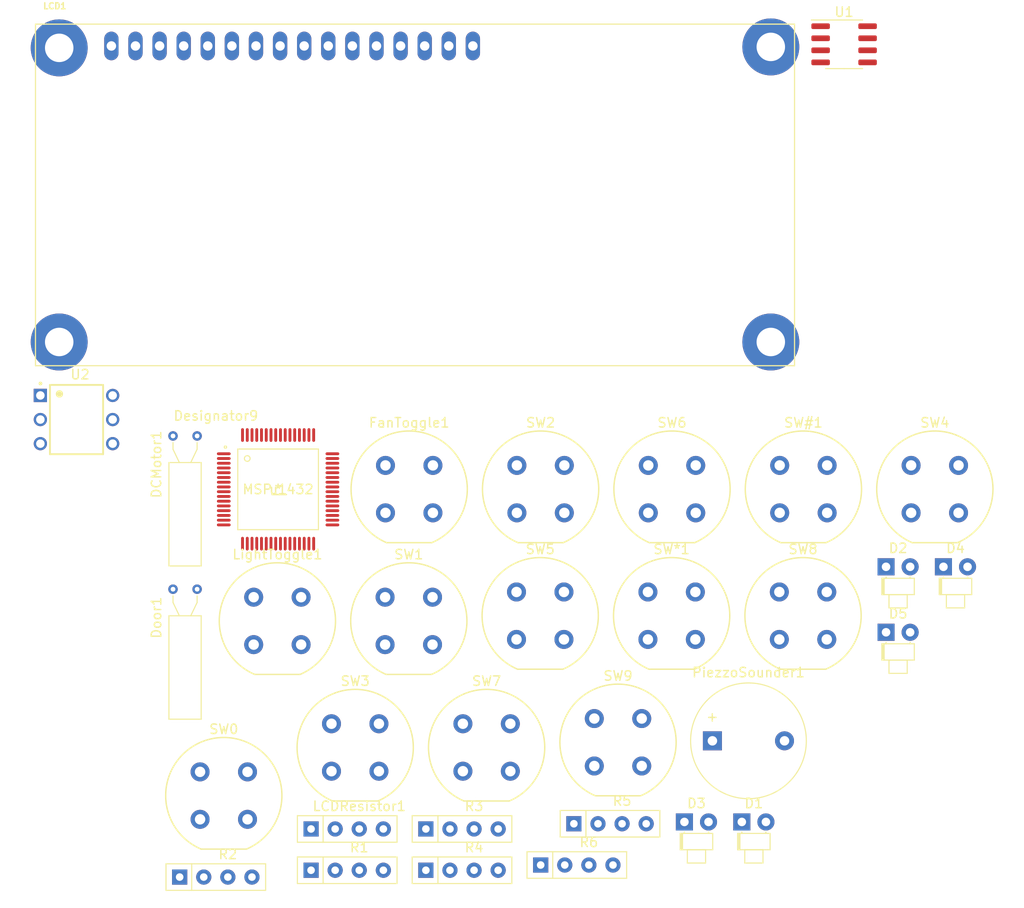
<source format=kicad_pcb>
(kicad_pcb (version 20171130) (host pcbnew "(5.1.10)-1")

  (general
    (thickness 1.6)
    (drawings 0)
    (tracks 0)
    (zones 0)
    (modules 33)
    (nets 43)
  )

  (page A4)
  (layers
    (0 F.Cu signal)
    (31 B.Cu signal)
    (32 B.Adhes user)
    (33 F.Adhes user)
    (34 B.Paste user)
    (35 F.Paste user)
    (36 B.SilkS user)
    (37 F.SilkS user)
    (38 B.Mask user)
    (39 F.Mask user)
    (40 Dwgs.User user)
    (41 Cmts.User user)
    (42 Eco1.User user)
    (43 Eco2.User user)
    (44 Edge.Cuts user)
    (45 Margin user)
    (46 B.CrtYd user)
    (47 F.CrtYd user)
    (48 B.Fab user)
    (49 F.Fab user)
  )

  (setup
    (last_trace_width 0.25)
    (trace_clearance 0.2)
    (zone_clearance 0.508)
    (zone_45_only no)
    (trace_min 0.2)
    (via_size 0.8)
    (via_drill 0.4)
    (via_min_size 0.4)
    (via_min_drill 0.3)
    (uvia_size 0.3)
    (uvia_drill 0.1)
    (uvias_allowed no)
    (uvia_min_size 0.2)
    (uvia_min_drill 0.1)
    (edge_width 0.05)
    (segment_width 0.2)
    (pcb_text_width 0.3)
    (pcb_text_size 1.5 1.5)
    (mod_edge_width 0.12)
    (mod_text_size 1 1)
    (mod_text_width 0.15)
    (pad_size 1.524 1.524)
    (pad_drill 0.762)
    (pad_to_mask_clearance 0)
    (aux_axis_origin 0 0)
    (visible_elements FFFFFF7F)
    (pcbplotparams
      (layerselection 0x010fc_ffffffff)
      (usegerberextensions false)
      (usegerberattributes true)
      (usegerberadvancedattributes true)
      (creategerberjobfile true)
      (excludeedgelayer true)
      (linewidth 0.100000)
      (plotframeref false)
      (viasonmask false)
      (mode 1)
      (useauxorigin false)
      (hpglpennumber 1)
      (hpglpenspeed 20)
      (hpglpendiameter 15.000000)
      (psnegative false)
      (psa4output false)
      (plotreference true)
      (plotvalue true)
      (plotinvisibletext false)
      (padsonsilk false)
      (subtractmaskfromsilk false)
      (outputformat 1)
      (mirror false)
      (drillshape 1)
      (scaleselection 1)
      (outputdirectory ""))
  )

  (net 0 "")
  (net 1 "Net-(Door1-Pad3)")
  (net 2 "Net-(LCD1-PadP$16)")
  (net 3 "Net-(LCD1-PadP$3)")
  (net 4 "Net-(LCD1-PadP$4)")
  (net 5 "Net-(LCD1-PadP$6)")
  (net 6 "Net-(LCD1-PadP$7)")
  (net 7 "Net-(LCD1-PadP$8)")
  (net 8 "Net-(LCD1-PadP$9)")
  (net 9 "Net-(LCD1-PadP$10)")
  (net 10 "Net-(LCD1-PadP$11)")
  (net 11 "Net-(LCD1-PadP$12)")
  (net 12 "Net-(LCD1-PadP$13)")
  (net 13 "Net-(LCD1-PadP$14)")
  (net 14 "Net-(U1-Pad1)")
  (net 15 "Net-(FanToggle1-Pad1)")
  (net 16 "Net-(U1-Pad5)")
  (net 17 "Net-(R6-Pad2)")
  (net 18 "Net-(U2-Pad1)")
  (net 19 "Net-(U2-Pad3)")
  (net 20 "Net-(DCMotor1-Pad2)")
  (net 21 "Net-(U2-Pad6)")
  (net 22 GNDREF)
  (net 23 "Net-(D1-Pad2)")
  (net 24 "Net-(D2-Pad2)")
  (net 25 "Net-(D3-Pad2)")
  (net 26 "Net-(D4-Pad2)")
  (net 27 "Net-(D5-Pad2)")
  (net 28 "Net-(DCMotor1-Pad1)")
  (net 29 "Net-(Door1-Pad1)")
  (net 30 "Net-(FanToggle1-Pad2)")
  (net 31 "Net-(LightToggle1-Pad2)")
  (net 32 "Net-(PiezzoSounder1-Pad1)")
  (net 33 "Net-(PiezzoSounder1-Pad2)")
  (net 34 "Net-(R1-Pad1)")
  (net 35 "Net-(R2-Pad1)")
  (net 36 "Net-(R3-Pad1)")
  (net 37 "Net-(R4-Pad1)")
  (net 38 "Net-(R5-Pad1)")
  (net 39 "Net-(SW#1-Pad1)")
  (net 40 "Net-(SW0-Pad2)")
  (net 41 "Net-(SW5-Pad2)")
  (net 42 "Net-(SW8-Pad2)")

  (net_class Default "This is the default net class."
    (clearance 0.2)
    (trace_width 0.25)
    (via_dia 0.8)
    (via_drill 0.4)
    (uvia_dia 0.3)
    (uvia_drill 0.1)
    (add_net GNDREF)
    (add_net "Net-(D1-Pad2)")
    (add_net "Net-(D2-Pad2)")
    (add_net "Net-(D3-Pad2)")
    (add_net "Net-(D4-Pad2)")
    (add_net "Net-(D5-Pad2)")
    (add_net "Net-(DCMotor1-Pad1)")
    (add_net "Net-(DCMotor1-Pad2)")
    (add_net "Net-(Door1-Pad1)")
    (add_net "Net-(Door1-Pad3)")
    (add_net "Net-(FanToggle1-Pad1)")
    (add_net "Net-(FanToggle1-Pad2)")
    (add_net "Net-(LCD1-PadP$10)")
    (add_net "Net-(LCD1-PadP$11)")
    (add_net "Net-(LCD1-PadP$12)")
    (add_net "Net-(LCD1-PadP$13)")
    (add_net "Net-(LCD1-PadP$14)")
    (add_net "Net-(LCD1-PadP$16)")
    (add_net "Net-(LCD1-PadP$3)")
    (add_net "Net-(LCD1-PadP$4)")
    (add_net "Net-(LCD1-PadP$6)")
    (add_net "Net-(LCD1-PadP$7)")
    (add_net "Net-(LCD1-PadP$8)")
    (add_net "Net-(LCD1-PadP$9)")
    (add_net "Net-(LightToggle1-Pad2)")
    (add_net "Net-(PiezzoSounder1-Pad1)")
    (add_net "Net-(PiezzoSounder1-Pad2)")
    (add_net "Net-(R1-Pad1)")
    (add_net "Net-(R2-Pad1)")
    (add_net "Net-(R3-Pad1)")
    (add_net "Net-(R4-Pad1)")
    (add_net "Net-(R5-Pad1)")
    (add_net "Net-(R6-Pad2)")
    (add_net "Net-(SW#1-Pad1)")
    (add_net "Net-(SW0-Pad2)")
    (add_net "Net-(SW5-Pad2)")
    (add_net "Net-(SW8-Pad2)")
    (add_net "Net-(U1-Pad1)")
    (add_net "Net-(U1-Pad5)")
    (add_net "Net-(U2-Pad1)")
    (add_net "Net-(U2-Pad3)")
    (add_net "Net-(U2-Pad6)")
  )

  (module 16026-16X2 (layer F.Cu) (tedit 61973622) (tstamp 6197A701)
    (at 99.56 57.75)
    (descr "<b>Description:</b> Standard footprint for EastRising ERM1602-6 series display.<br/>")
    (path /61999A25)
    (fp_text reference LCD1 (at 2.032052 -1.906451) (layer F.SilkS)
      (effects (font (size 0.640017 0.640017) (thickness 0.15)))
    )
    (fp_text value HD44780 (at 0 0) (layer F.Fab)
      (effects (font (size 0.787402 0.787402) (thickness 0.15)))
    )
    (fp_line (start 79.15 20.5) (end 75.5 24.75) (layer F.Fab) (width 0.127))
    (fp_line (start 79.15 16.5) (end 79.15 20.5) (layer F.Fab) (width 0.127))
    (fp_line (start 75.5 12.25) (end 79.15 16.5) (layer F.Fab) (width 0.127))
    (fp_line (start 72.25 11.5) (end 7.75 11.5) (layer F.Fab) (width 0.127))
    (fp_line (start 72.25 25.75) (end 72.25 11.5) (layer F.Fab) (width 0.127))
    (fp_line (start 7.75 25.75) (end 72.25 25.75) (layer F.Fab) (width 0.127))
    (fp_line (start 7.75 11.5) (end 7.75 25.75) (layer F.Fab) (width 0.127))
    (fp_line (start 67.725 13.075) (end 12.275 13.075) (layer F.Fab) (width 0.127))
    (fp_line (start 67.725 23.925) (end 67.725 13.075) (layer F.Fab) (width 0.127))
    (fp_line (start 12.275 23.925) (end 67.725 23.925) (layer F.Fab) (width 0.127))
    (fp_line (start 12.275 13.075) (end 12.275 23.925) (layer F.Fab) (width 0.127))
    (fp_line (start 75.5 6.5) (end 4.5 6.5) (layer F.Fab) (width 0.127))
    (fp_line (start 75.5 12.25) (end 75.5 6.5) (layer F.Fab) (width 0.127))
    (fp_line (start 75.5 24.75) (end 75.5 12.25) (layer F.Fab) (width 0.127))
    (fp_line (start 75.5 30.5) (end 75.5 24.75) (layer F.Fab) (width 0.127))
    (fp_line (start 4.5 30.5) (end 75.5 30.5) (layer F.Fab) (width 0.127))
    (fp_line (start 4.5 6.5) (end 4.5 30.5) (layer F.Fab) (width 0.127))
    (fp_line (start 80 36) (end 80 0) (layer F.SilkS) (width 0.127))
    (fp_line (start 0 36) (end 80 36) (layer F.SilkS) (width 0.127))
    (fp_line (start 0 0) (end 0 36) (layer F.SilkS) (width 0.127))
    (fp_line (start 0 0) (end 80 0) (layer F.SilkS) (width 0.127))
    (fp_text user MACROFAB_DISPLAY~ERM1602-6_SERIES (at 40.406 18.5027) (layer F.Fab)
      (effects (font (size 3.000441 3.000441) (thickness 0.15)))
    )
    (fp_text user BEZEL (at 67.5825 6.00733) (layer F.Fab)
      (effects (font (size 0.640782 0.640782) (thickness 0.15)))
    )
    (fp_text user VISIBLE~AREA (at 67.6289 11.1563) (layer F.Fab)
      (effects (font (size 0.641222 0.641222) (thickness 0.15)))
    )
    (fp_text user CHARACTER~AREA (at 67.5102 12.7019) (layer F.Fab)
      (effects (font (size 0.640097 0.640097) (thickness 0.15)))
    )
    (pad P$1 thru_hole oval (at 8 2.3) (size 1.508 3.016) (drill 1) (layers *.Cu *.Mask)
      (net 1 "Net-(Door1-Pad3)"))
    (pad P$2 thru_hole oval (at 10.54 2.3) (size 1.508 3.016) (drill 1) (layers *.Cu *.Mask)
      (net 2 "Net-(LCD1-PadP$16)"))
    (pad P$3 thru_hole oval (at 13.08 2.3) (size 1.508 3.016) (drill 1) (layers *.Cu *.Mask)
      (net 3 "Net-(LCD1-PadP$3)"))
    (pad P$4 thru_hole oval (at 15.62 2.3) (size 1.508 3.016) (drill 1) (layers *.Cu *.Mask)
      (net 4 "Net-(LCD1-PadP$4)"))
    (pad P$5 thru_hole oval (at 18.16 2.3) (size 1.508 3.016) (drill 1) (layers *.Cu *.Mask)
      (net 1 "Net-(Door1-Pad3)"))
    (pad P$6 thru_hole oval (at 20.7 2.3) (size 1.508 3.016) (drill 1) (layers *.Cu *.Mask)
      (net 5 "Net-(LCD1-PadP$6)"))
    (pad P$7 thru_hole oval (at 23.24 2.3) (size 1.508 3.016) (drill 1) (layers *.Cu *.Mask)
      (net 6 "Net-(LCD1-PadP$7)"))
    (pad P$8 thru_hole oval (at 25.78 2.3) (size 1.508 3.016) (drill 1) (layers *.Cu *.Mask)
      (net 7 "Net-(LCD1-PadP$8)"))
    (pad P$9 thru_hole oval (at 28.32 2.3) (size 1.508 3.016) (drill 1) (layers *.Cu *.Mask)
      (net 8 "Net-(LCD1-PadP$9)"))
    (pad P$10 thru_hole oval (at 30.86 2.3) (size 1.508 3.016) (drill 1) (layers *.Cu *.Mask)
      (net 9 "Net-(LCD1-PadP$10)"))
    (pad P$11 thru_hole oval (at 33.4 2.3) (size 1.508 3.016) (drill 1) (layers *.Cu *.Mask)
      (net 10 "Net-(LCD1-PadP$11)"))
    (pad P$12 thru_hole oval (at 35.94 2.3) (size 1.508 3.016) (drill 1) (layers *.Cu *.Mask)
      (net 11 "Net-(LCD1-PadP$12)"))
    (pad P$13 thru_hole oval (at 38.48 2.3) (size 1.508 3.016) (drill 1) (layers *.Cu *.Mask)
      (net 12 "Net-(LCD1-PadP$13)"))
    (pad P$14 thru_hole oval (at 41.02 2.3) (size 1.508 3.016) (drill 1) (layers *.Cu *.Mask)
      (net 13 "Net-(LCD1-PadP$14)"))
    (pad P$15 thru_hole oval (at 43.56 2.3) (size 1.508 3.016) (drill 1) (layers *.Cu *.Mask)
      (net 1 "Net-(Door1-Pad3)"))
    (pad P$16 thru_hole oval (at 46.1 2.3) (size 1.508 3.016) (drill 1) (layers *.Cu *.Mask)
      (net 2 "Net-(LCD1-PadP$16)"))
    (pad MNT1 thru_hole circle (at 2.5 2.5) (size 6 6) (drill 3) (layers *.Cu *.Mask))
    (pad MNT2 thru_hole circle (at 77.5 2.4) (size 6 6) (drill 3) (layers *.Cu *.Mask))
    (pad MNT3 thru_hole circle (at 2.5 33.5) (size 6 6) (drill 3) (layers *.Cu *.Mask))
    (pad MNT4 thru_hole circle (at 77.5 33.5) (size 6 6) (drill 3) (layers *.Cu *.Mask))
  )

  (module Package_SO:SOIC-8_3.9x4.9mm_P1.27mm (layer F.Cu) (tedit 5D9F72B1) (tstamp 6197A71B)
    (at 184.785001 59.875001)
    (descr "SOIC, 8 Pin (JEDEC MS-012AA, https://www.analog.com/media/en/package-pcb-resources/package/pkg_pdf/soic_narrow-r/r_8.pdf), generated with kicad-footprint-generator ipc_gullwing_generator.py")
    (tags "SOIC SO")
    (path /61C50B44)
    (attr smd)
    (fp_text reference U1 (at 0 -3.4) (layer F.SilkS)
      (effects (font (size 1 1) (thickness 0.15)))
    )
    (fp_text value TMP36xS (at 0 3.4) (layer F.Fab)
      (effects (font (size 1 1) (thickness 0.15)))
    )
    (fp_line (start 3.7 -2.7) (end -3.7 -2.7) (layer F.CrtYd) (width 0.05))
    (fp_line (start 3.7 2.7) (end 3.7 -2.7) (layer F.CrtYd) (width 0.05))
    (fp_line (start -3.7 2.7) (end 3.7 2.7) (layer F.CrtYd) (width 0.05))
    (fp_line (start -3.7 -2.7) (end -3.7 2.7) (layer F.CrtYd) (width 0.05))
    (fp_line (start -1.95 -1.475) (end -0.975 -2.45) (layer F.Fab) (width 0.1))
    (fp_line (start -1.95 2.45) (end -1.95 -1.475) (layer F.Fab) (width 0.1))
    (fp_line (start 1.95 2.45) (end -1.95 2.45) (layer F.Fab) (width 0.1))
    (fp_line (start 1.95 -2.45) (end 1.95 2.45) (layer F.Fab) (width 0.1))
    (fp_line (start -0.975 -2.45) (end 1.95 -2.45) (layer F.Fab) (width 0.1))
    (fp_line (start 0 -2.56) (end -3.45 -2.56) (layer F.SilkS) (width 0.12))
    (fp_line (start 0 -2.56) (end 1.95 -2.56) (layer F.SilkS) (width 0.12))
    (fp_line (start 0 2.56) (end -1.95 2.56) (layer F.SilkS) (width 0.12))
    (fp_line (start 0 2.56) (end 1.95 2.56) (layer F.SilkS) (width 0.12))
    (fp_text user %R (at 0 0) (layer F.Fab)
      (effects (font (size 0.98 0.98) (thickness 0.15)))
    )
    (pad 1 smd roundrect (at -2.475 -1.905) (size 1.95 0.6) (layers F.Cu F.Paste F.Mask) (roundrect_rratio 0.25)
      (net 14 "Net-(U1-Pad1)"))
    (pad 2 smd roundrect (at -2.475 -0.635) (size 1.95 0.6) (layers F.Cu F.Paste F.Mask) (roundrect_rratio 0.25))
    (pad 3 smd roundrect (at -2.475 0.635) (size 1.95 0.6) (layers F.Cu F.Paste F.Mask) (roundrect_rratio 0.25))
    (pad 4 smd roundrect (at -2.475 1.905) (size 1.95 0.6) (layers F.Cu F.Paste F.Mask) (roundrect_rratio 0.25)
      (net 15 "Net-(FanToggle1-Pad1)"))
    (pad 5 smd roundrect (at 2.475 1.905) (size 1.95 0.6) (layers F.Cu F.Paste F.Mask) (roundrect_rratio 0.25)
      (net 16 "Net-(U1-Pad5)"))
    (pad 6 smd roundrect (at 2.475 0.635) (size 1.95 0.6) (layers F.Cu F.Paste F.Mask) (roundrect_rratio 0.25))
    (pad 7 smd roundrect (at 2.475 -0.635) (size 1.95 0.6) (layers F.Cu F.Paste F.Mask) (roundrect_rratio 0.25))
    (pad 8 smd roundrect (at 2.475 -1.905) (size 1.95 0.6) (layers F.Cu F.Paste F.Mask) (roundrect_rratio 0.25)
      (net 17 "Net-(R6-Pad2)"))
    (model ${KISYS3DMOD}/Package_SO.3dshapes/SOIC-8_3.9x4.9mm_P1.27mm.wrl
      (at (xyz 0 0 0))
      (scale (xyz 1 1 1))
      (rotate (xyz 0 0 0))
    )
  )

  (module DIP762W50P254L730H410Q6 (layer F.Cu) (tedit 61973A7B) (tstamp 6197A734)
    (at 103.885001 99.425001)
    (path /619F044B)
    (fp_text reference U2 (at 0.37555 -4.7421) (layer F.SilkS)
      (effects (font (size 1.001496 1.001496) (thickness 0.15)))
    )
    (fp_text value H11B1 (at 11.40662 4.66565) (layer F.Fab)
      (effects (font (size 1.000142 1.000142) (thickness 0.15)))
    )
    (fp_circle (center -3.8 -3.8) (end -3.7 -3.8) (layer F.SilkS) (width 0.2))
    (fp_line (start -2 -2.6) (end -1.8 -2.7) (layer F.SilkS) (width 0.2))
    (fp_line (start -1.7 -2.5) (end -2 -2.6) (layer F.SilkS) (width 0.2))
    (fp_line (start -1.6 -2.7) (end -1.7 -2.5) (layer F.SilkS) (width 0.2))
    (fp_line (start -1.8 -2.9) (end -1.6 -2.7) (layer F.SilkS) (width 0.2))
    (fp_line (start -2 -2.6) (end -1.8 -2.9) (layer F.SilkS) (width 0.2))
    (fp_circle (center -1.8 -2.7) (end -1.517159 -2.7) (layer F.SilkS) (width 0.2))
    (fp_line (start -4.8 4.15) (end -4.8 -4.15) (layer F.CrtYd) (width 0.05))
    (fp_line (start 4.8 4.15) (end -4.8 4.15) (layer F.CrtYd) (width 0.05))
    (fp_line (start 4.8 -4.15) (end 4.8 4.15) (layer F.CrtYd) (width 0.05))
    (fp_line (start -4.8 -4.15) (end 4.8 -4.15) (layer F.CrtYd) (width 0.05))
    (fp_line (start -2.8 3.65) (end -2.8 -3.65) (layer F.SilkS) (width 0.2))
    (fp_line (start 2.8 3.65) (end -2.8 3.65) (layer F.SilkS) (width 0.2))
    (fp_line (start 2.8 -3.65) (end 2.8 3.65) (layer F.SilkS) (width 0.2))
    (fp_line (start -2.8 -3.65) (end 2.8 -3.65) (layer F.SilkS) (width 0.2))
    (pad 1 thru_hole rect (at -3.81 -2.54) (size 1.4 1.4) (drill 0.9) (layers *.Cu *.Mask)
      (net 18 "Net-(U2-Pad1)"))
    (pad 2 thru_hole circle (at -3.81 0) (size 1.4 1.4) (drill 0.9) (layers *.Cu *.Mask)
      (net 15 "Net-(FanToggle1-Pad1)"))
    (pad 3 thru_hole circle (at -3.81 2.54) (size 1.4 1.4) (drill 0.9) (layers *.Cu *.Mask)
      (net 19 "Net-(U2-Pad3)"))
    (pad 4 thru_hole circle (at 3.81 2.54) (size 1.4 1.4) (drill 0.9) (layers *.Cu *.Mask)
      (net 15 "Net-(FanToggle1-Pad1)"))
    (pad 5 thru_hole circle (at 3.81 0) (size 1.4 1.4) (drill 0.9) (layers *.Cu *.Mask)
      (net 20 "Net-(DCMotor1-Pad2)"))
    (pad 6 thru_hole circle (at 3.81 -2.54) (size 1.4 1.4) (drill 0.9) (layers *.Cu *.Mask)
      (net 21 "Net-(U2-Pad6)"))
  )

  (module LED_THT:LED_D1.8mm_W1.8mm_H2.4mm_Horizontal_O1.27mm_Z1.6mm (layer F.Cu) (tedit 5880A863) (tstamp 6197B0FD)
    (at 174.005001 141.835001)
    (descr "LED, ,  diameter 1.8mm size 1.8x2.4mm^2 z-position of LED center 1.6mm, 2 pins")
    (tags "LED   diameter 1.8mm size 1.8x2.4mm^2 z-position of LED center 1.6mm 2 pins")
    (path /619B9407)
    (fp_text reference D1 (at 1.27 -1.96) (layer F.SilkS)
      (effects (font (size 1 1) (thickness 0.15)))
    )
    (fp_text value "Yellow (House Lights)" (at 1.27 5.33) (layer F.Fab)
      (effects (font (size 1 1) (thickness 0.15)))
    )
    (fp_line (start 3.75 -1.25) (end -1.25 -1.25) (layer F.CrtYd) (width 0.05))
    (fp_line (start 3.75 4.6) (end 3.75 -1.25) (layer F.CrtYd) (width 0.05))
    (fp_line (start -1.25 4.6) (end 3.75 4.6) (layer F.CrtYd) (width 0.05))
    (fp_line (start -1.25 -1.25) (end -1.25 4.6) (layer F.CrtYd) (width 0.05))
    (fp_line (start 2.54 1.08) (end 2.54 1.08) (layer F.SilkS) (width 0.12))
    (fp_line (start 2.54 1.21) (end 2.54 1.08) (layer F.SilkS) (width 0.12))
    (fp_line (start 2.54 1.21) (end 2.54 1.21) (layer F.SilkS) (width 0.12))
    (fp_line (start 2.54 1.08) (end 2.54 1.21) (layer F.SilkS) (width 0.12))
    (fp_line (start 0 1.08) (end 0 1.08) (layer F.SilkS) (width 0.12))
    (fp_line (start 0 1.21) (end 0 1.08) (layer F.SilkS) (width 0.12))
    (fp_line (start 0 1.21) (end 0 1.21) (layer F.SilkS) (width 0.12))
    (fp_line (start 0 1.08) (end 0 1.21) (layer F.SilkS) (width 0.12))
    (fp_line (start 2.23 2.93) (end 0.31 2.93) (layer F.SilkS) (width 0.12))
    (fp_line (start 2.23 4.33) (end 2.23 2.93) (layer F.SilkS) (width 0.12))
    (fp_line (start 0.31 4.33) (end 2.23 4.33) (layer F.SilkS) (width 0.12))
    (fp_line (start 0.31 2.93) (end 0.31 4.33) (layer F.SilkS) (width 0.12))
    (fp_line (start -0.2 1.21) (end -0.2 2.93) (layer F.SilkS) (width 0.12))
    (fp_line (start -0.32 1.21) (end -0.32 2.93) (layer F.SilkS) (width 0.12))
    (fp_line (start 2.98 1.21) (end -0.44 1.21) (layer F.SilkS) (width 0.12))
    (fp_line (start 2.98 2.93) (end 2.98 1.21) (layer F.SilkS) (width 0.12))
    (fp_line (start -0.44 2.93) (end 2.98 2.93) (layer F.SilkS) (width 0.12))
    (fp_line (start -0.44 1.21) (end -0.44 2.93) (layer F.SilkS) (width 0.12))
    (fp_line (start 2.54 0) (end 2.54 0) (layer F.Fab) (width 0.1))
    (fp_line (start 2.54 1.27) (end 2.54 0) (layer F.Fab) (width 0.1))
    (fp_line (start 2.54 1.27) (end 2.54 1.27) (layer F.Fab) (width 0.1))
    (fp_line (start 2.54 0) (end 2.54 1.27) (layer F.Fab) (width 0.1))
    (fp_line (start 0 0) (end 0 0) (layer F.Fab) (width 0.1))
    (fp_line (start 0 1.27) (end 0 0) (layer F.Fab) (width 0.1))
    (fp_line (start 0 1.27) (end 0 1.27) (layer F.Fab) (width 0.1))
    (fp_line (start 0 0) (end 0 1.27) (layer F.Fab) (width 0.1))
    (fp_line (start 2.17 2.87) (end 0.37 2.87) (layer F.Fab) (width 0.1))
    (fp_line (start 2.17 4.27) (end 2.17 2.87) (layer F.Fab) (width 0.1))
    (fp_line (start 0.37 4.27) (end 2.17 4.27) (layer F.Fab) (width 0.1))
    (fp_line (start 0.37 2.87) (end 0.37 4.27) (layer F.Fab) (width 0.1))
    (fp_line (start 2.92 1.27) (end -0.38 1.27) (layer F.Fab) (width 0.1))
    (fp_line (start 2.92 2.87) (end 2.92 1.27) (layer F.Fab) (width 0.1))
    (fp_line (start -0.38 2.87) (end 2.92 2.87) (layer F.Fab) (width 0.1))
    (fp_line (start -0.38 1.27) (end -0.38 2.87) (layer F.Fab) (width 0.1))
    (pad 1 thru_hole rect (at 0 0) (size 1.8 1.8) (drill 0.9) (layers *.Cu *.Mask)
      (net 22 GNDREF))
    (pad 2 thru_hole circle (at 2.54 0) (size 1.8 1.8) (drill 0.9) (layers *.Cu *.Mask)
      (net 23 "Net-(D1-Pad2)"))
    (model ${KISYS3DMOD}/LED_THT.3dshapes/LED_D1.8mm_W1.8mm_H2.4mm_Horizontal_O1.27mm_Z1.6mm.wrl
      (at (xyz 0 0 0))
      (scale (xyz 1 1 1))
      (rotate (xyz 0 0 0))
    )
  )

  (module LED_THT:LED_D1.8mm_W1.8mm_H2.4mm_Horizontal_O1.27mm_Z1.6mm (layer F.Cu) (tedit 5880A863) (tstamp 6197B129)
    (at 189.205001 114.945001)
    (descr "LED, ,  diameter 1.8mm size 1.8x2.4mm^2 z-position of LED center 1.6mm, 2 pins")
    (tags "LED   diameter 1.8mm size 1.8x2.4mm^2 z-position of LED center 1.6mm 2 pins")
    (path /619C13C4)
    (fp_text reference D2 (at 1.27 -1.96) (layer F.SilkS)
      (effects (font (size 1 1) (thickness 0.15)))
    )
    (fp_text value "Yellow (House Lights)" (at 1.27 5.33) (layer F.Fab)
      (effects (font (size 1 1) (thickness 0.15)))
    )
    (fp_line (start -0.38 1.27) (end -0.38 2.87) (layer F.Fab) (width 0.1))
    (fp_line (start -0.38 2.87) (end 2.92 2.87) (layer F.Fab) (width 0.1))
    (fp_line (start 2.92 2.87) (end 2.92 1.27) (layer F.Fab) (width 0.1))
    (fp_line (start 2.92 1.27) (end -0.38 1.27) (layer F.Fab) (width 0.1))
    (fp_line (start 0.37 2.87) (end 0.37 4.27) (layer F.Fab) (width 0.1))
    (fp_line (start 0.37 4.27) (end 2.17 4.27) (layer F.Fab) (width 0.1))
    (fp_line (start 2.17 4.27) (end 2.17 2.87) (layer F.Fab) (width 0.1))
    (fp_line (start 2.17 2.87) (end 0.37 2.87) (layer F.Fab) (width 0.1))
    (fp_line (start 0 0) (end 0 1.27) (layer F.Fab) (width 0.1))
    (fp_line (start 0 1.27) (end 0 1.27) (layer F.Fab) (width 0.1))
    (fp_line (start 0 1.27) (end 0 0) (layer F.Fab) (width 0.1))
    (fp_line (start 0 0) (end 0 0) (layer F.Fab) (width 0.1))
    (fp_line (start 2.54 0) (end 2.54 1.27) (layer F.Fab) (width 0.1))
    (fp_line (start 2.54 1.27) (end 2.54 1.27) (layer F.Fab) (width 0.1))
    (fp_line (start 2.54 1.27) (end 2.54 0) (layer F.Fab) (width 0.1))
    (fp_line (start 2.54 0) (end 2.54 0) (layer F.Fab) (width 0.1))
    (fp_line (start -0.44 1.21) (end -0.44 2.93) (layer F.SilkS) (width 0.12))
    (fp_line (start -0.44 2.93) (end 2.98 2.93) (layer F.SilkS) (width 0.12))
    (fp_line (start 2.98 2.93) (end 2.98 1.21) (layer F.SilkS) (width 0.12))
    (fp_line (start 2.98 1.21) (end -0.44 1.21) (layer F.SilkS) (width 0.12))
    (fp_line (start -0.32 1.21) (end -0.32 2.93) (layer F.SilkS) (width 0.12))
    (fp_line (start -0.2 1.21) (end -0.2 2.93) (layer F.SilkS) (width 0.12))
    (fp_line (start 0.31 2.93) (end 0.31 4.33) (layer F.SilkS) (width 0.12))
    (fp_line (start 0.31 4.33) (end 2.23 4.33) (layer F.SilkS) (width 0.12))
    (fp_line (start 2.23 4.33) (end 2.23 2.93) (layer F.SilkS) (width 0.12))
    (fp_line (start 2.23 2.93) (end 0.31 2.93) (layer F.SilkS) (width 0.12))
    (fp_line (start 0 1.08) (end 0 1.21) (layer F.SilkS) (width 0.12))
    (fp_line (start 0 1.21) (end 0 1.21) (layer F.SilkS) (width 0.12))
    (fp_line (start 0 1.21) (end 0 1.08) (layer F.SilkS) (width 0.12))
    (fp_line (start 0 1.08) (end 0 1.08) (layer F.SilkS) (width 0.12))
    (fp_line (start 2.54 1.08) (end 2.54 1.21) (layer F.SilkS) (width 0.12))
    (fp_line (start 2.54 1.21) (end 2.54 1.21) (layer F.SilkS) (width 0.12))
    (fp_line (start 2.54 1.21) (end 2.54 1.08) (layer F.SilkS) (width 0.12))
    (fp_line (start 2.54 1.08) (end 2.54 1.08) (layer F.SilkS) (width 0.12))
    (fp_line (start -1.25 -1.25) (end -1.25 4.6) (layer F.CrtYd) (width 0.05))
    (fp_line (start -1.25 4.6) (end 3.75 4.6) (layer F.CrtYd) (width 0.05))
    (fp_line (start 3.75 4.6) (end 3.75 -1.25) (layer F.CrtYd) (width 0.05))
    (fp_line (start 3.75 -1.25) (end -1.25 -1.25) (layer F.CrtYd) (width 0.05))
    (pad 2 thru_hole circle (at 2.54 0) (size 1.8 1.8) (drill 0.9) (layers *.Cu *.Mask)
      (net 24 "Net-(D2-Pad2)"))
    (pad 1 thru_hole rect (at 0 0) (size 1.8 1.8) (drill 0.9) (layers *.Cu *.Mask)
      (net 22 GNDREF))
    (model ${KISYS3DMOD}/LED_THT.3dshapes/LED_D1.8mm_W1.8mm_H2.4mm_Horizontal_O1.27mm_Z1.6mm.wrl
      (at (xyz 0 0 0))
      (scale (xyz 1 1 1))
      (rotate (xyz 0 0 0))
    )
  )

  (module LED_THT:LED_D1.8mm_W1.8mm_H2.4mm_Horizontal_O1.27mm_Z1.6mm (layer F.Cu) (tedit 5880A863) (tstamp 6197B155)
    (at 167.955001 141.835001)
    (descr "LED, ,  diameter 1.8mm size 1.8x2.4mm^2 z-position of LED center 1.6mm, 2 pins")
    (tags "LED   diameter 1.8mm size 1.8x2.4mm^2 z-position of LED center 1.6mm 2 pins")
    (path /619C1DC9)
    (fp_text reference D3 (at 1.27 -1.96) (layer F.SilkS)
      (effects (font (size 1 1) (thickness 0.15)))
    )
    (fp_text value "Yellow (House Lights)" (at 1.27 5.33) (layer F.Fab)
      (effects (font (size 1 1) (thickness 0.15)))
    )
    (fp_line (start 3.75 -1.25) (end -1.25 -1.25) (layer F.CrtYd) (width 0.05))
    (fp_line (start 3.75 4.6) (end 3.75 -1.25) (layer F.CrtYd) (width 0.05))
    (fp_line (start -1.25 4.6) (end 3.75 4.6) (layer F.CrtYd) (width 0.05))
    (fp_line (start -1.25 -1.25) (end -1.25 4.6) (layer F.CrtYd) (width 0.05))
    (fp_line (start 2.54 1.08) (end 2.54 1.08) (layer F.SilkS) (width 0.12))
    (fp_line (start 2.54 1.21) (end 2.54 1.08) (layer F.SilkS) (width 0.12))
    (fp_line (start 2.54 1.21) (end 2.54 1.21) (layer F.SilkS) (width 0.12))
    (fp_line (start 2.54 1.08) (end 2.54 1.21) (layer F.SilkS) (width 0.12))
    (fp_line (start 0 1.08) (end 0 1.08) (layer F.SilkS) (width 0.12))
    (fp_line (start 0 1.21) (end 0 1.08) (layer F.SilkS) (width 0.12))
    (fp_line (start 0 1.21) (end 0 1.21) (layer F.SilkS) (width 0.12))
    (fp_line (start 0 1.08) (end 0 1.21) (layer F.SilkS) (width 0.12))
    (fp_line (start 2.23 2.93) (end 0.31 2.93) (layer F.SilkS) (width 0.12))
    (fp_line (start 2.23 4.33) (end 2.23 2.93) (layer F.SilkS) (width 0.12))
    (fp_line (start 0.31 4.33) (end 2.23 4.33) (layer F.SilkS) (width 0.12))
    (fp_line (start 0.31 2.93) (end 0.31 4.33) (layer F.SilkS) (width 0.12))
    (fp_line (start -0.2 1.21) (end -0.2 2.93) (layer F.SilkS) (width 0.12))
    (fp_line (start -0.32 1.21) (end -0.32 2.93) (layer F.SilkS) (width 0.12))
    (fp_line (start 2.98 1.21) (end -0.44 1.21) (layer F.SilkS) (width 0.12))
    (fp_line (start 2.98 2.93) (end 2.98 1.21) (layer F.SilkS) (width 0.12))
    (fp_line (start -0.44 2.93) (end 2.98 2.93) (layer F.SilkS) (width 0.12))
    (fp_line (start -0.44 1.21) (end -0.44 2.93) (layer F.SilkS) (width 0.12))
    (fp_line (start 2.54 0) (end 2.54 0) (layer F.Fab) (width 0.1))
    (fp_line (start 2.54 1.27) (end 2.54 0) (layer F.Fab) (width 0.1))
    (fp_line (start 2.54 1.27) (end 2.54 1.27) (layer F.Fab) (width 0.1))
    (fp_line (start 2.54 0) (end 2.54 1.27) (layer F.Fab) (width 0.1))
    (fp_line (start 0 0) (end 0 0) (layer F.Fab) (width 0.1))
    (fp_line (start 0 1.27) (end 0 0) (layer F.Fab) (width 0.1))
    (fp_line (start 0 1.27) (end 0 1.27) (layer F.Fab) (width 0.1))
    (fp_line (start 0 0) (end 0 1.27) (layer F.Fab) (width 0.1))
    (fp_line (start 2.17 2.87) (end 0.37 2.87) (layer F.Fab) (width 0.1))
    (fp_line (start 2.17 4.27) (end 2.17 2.87) (layer F.Fab) (width 0.1))
    (fp_line (start 0.37 4.27) (end 2.17 4.27) (layer F.Fab) (width 0.1))
    (fp_line (start 0.37 2.87) (end 0.37 4.27) (layer F.Fab) (width 0.1))
    (fp_line (start 2.92 1.27) (end -0.38 1.27) (layer F.Fab) (width 0.1))
    (fp_line (start 2.92 2.87) (end 2.92 1.27) (layer F.Fab) (width 0.1))
    (fp_line (start -0.38 2.87) (end 2.92 2.87) (layer F.Fab) (width 0.1))
    (fp_line (start -0.38 1.27) (end -0.38 2.87) (layer F.Fab) (width 0.1))
    (pad 1 thru_hole rect (at 0 0) (size 1.8 1.8) (drill 0.9) (layers *.Cu *.Mask)
      (net 22 GNDREF))
    (pad 2 thru_hole circle (at 2.54 0) (size 1.8 1.8) (drill 0.9) (layers *.Cu *.Mask)
      (net 25 "Net-(D3-Pad2)"))
    (model ${KISYS3DMOD}/LED_THT.3dshapes/LED_D1.8mm_W1.8mm_H2.4mm_Horizontal_O1.27mm_Z1.6mm.wrl
      (at (xyz 0 0 0))
      (scale (xyz 1 1 1))
      (rotate (xyz 0 0 0))
    )
  )

  (module LED_THT:LED_D1.8mm_W1.8mm_H2.4mm_Horizontal_O1.27mm_Z1.6mm (layer F.Cu) (tedit 5880A863) (tstamp 6197B181)
    (at 195.255001 114.945001)
    (descr "LED, ,  diameter 1.8mm size 1.8x2.4mm^2 z-position of LED center 1.6mm, 2 pins")
    (tags "LED   diameter 1.8mm size 1.8x2.4mm^2 z-position of LED center 1.6mm 2 pins")
    (path /61A3E1D0)
    (fp_text reference D4 (at 1.27 -1.96) (layer F.SilkS)
      (effects (font (size 1 1) (thickness 0.15)))
    )
    (fp_text value "Door Open (Green)" (at 1.27 5.33) (layer F.Fab)
      (effects (font (size 1 1) (thickness 0.15)))
    )
    (fp_line (start 3.75 -1.25) (end -1.25 -1.25) (layer F.CrtYd) (width 0.05))
    (fp_line (start 3.75 4.6) (end 3.75 -1.25) (layer F.CrtYd) (width 0.05))
    (fp_line (start -1.25 4.6) (end 3.75 4.6) (layer F.CrtYd) (width 0.05))
    (fp_line (start -1.25 -1.25) (end -1.25 4.6) (layer F.CrtYd) (width 0.05))
    (fp_line (start 2.54 1.08) (end 2.54 1.08) (layer F.SilkS) (width 0.12))
    (fp_line (start 2.54 1.21) (end 2.54 1.08) (layer F.SilkS) (width 0.12))
    (fp_line (start 2.54 1.21) (end 2.54 1.21) (layer F.SilkS) (width 0.12))
    (fp_line (start 2.54 1.08) (end 2.54 1.21) (layer F.SilkS) (width 0.12))
    (fp_line (start 0 1.08) (end 0 1.08) (layer F.SilkS) (width 0.12))
    (fp_line (start 0 1.21) (end 0 1.08) (layer F.SilkS) (width 0.12))
    (fp_line (start 0 1.21) (end 0 1.21) (layer F.SilkS) (width 0.12))
    (fp_line (start 0 1.08) (end 0 1.21) (layer F.SilkS) (width 0.12))
    (fp_line (start 2.23 2.93) (end 0.31 2.93) (layer F.SilkS) (width 0.12))
    (fp_line (start 2.23 4.33) (end 2.23 2.93) (layer F.SilkS) (width 0.12))
    (fp_line (start 0.31 4.33) (end 2.23 4.33) (layer F.SilkS) (width 0.12))
    (fp_line (start 0.31 2.93) (end 0.31 4.33) (layer F.SilkS) (width 0.12))
    (fp_line (start -0.2 1.21) (end -0.2 2.93) (layer F.SilkS) (width 0.12))
    (fp_line (start -0.32 1.21) (end -0.32 2.93) (layer F.SilkS) (width 0.12))
    (fp_line (start 2.98 1.21) (end -0.44 1.21) (layer F.SilkS) (width 0.12))
    (fp_line (start 2.98 2.93) (end 2.98 1.21) (layer F.SilkS) (width 0.12))
    (fp_line (start -0.44 2.93) (end 2.98 2.93) (layer F.SilkS) (width 0.12))
    (fp_line (start -0.44 1.21) (end -0.44 2.93) (layer F.SilkS) (width 0.12))
    (fp_line (start 2.54 0) (end 2.54 0) (layer F.Fab) (width 0.1))
    (fp_line (start 2.54 1.27) (end 2.54 0) (layer F.Fab) (width 0.1))
    (fp_line (start 2.54 1.27) (end 2.54 1.27) (layer F.Fab) (width 0.1))
    (fp_line (start 2.54 0) (end 2.54 1.27) (layer F.Fab) (width 0.1))
    (fp_line (start 0 0) (end 0 0) (layer F.Fab) (width 0.1))
    (fp_line (start 0 1.27) (end 0 0) (layer F.Fab) (width 0.1))
    (fp_line (start 0 1.27) (end 0 1.27) (layer F.Fab) (width 0.1))
    (fp_line (start 0 0) (end 0 1.27) (layer F.Fab) (width 0.1))
    (fp_line (start 2.17 2.87) (end 0.37 2.87) (layer F.Fab) (width 0.1))
    (fp_line (start 2.17 4.27) (end 2.17 2.87) (layer F.Fab) (width 0.1))
    (fp_line (start 0.37 4.27) (end 2.17 4.27) (layer F.Fab) (width 0.1))
    (fp_line (start 0.37 2.87) (end 0.37 4.27) (layer F.Fab) (width 0.1))
    (fp_line (start 2.92 1.27) (end -0.38 1.27) (layer F.Fab) (width 0.1))
    (fp_line (start 2.92 2.87) (end 2.92 1.27) (layer F.Fab) (width 0.1))
    (fp_line (start -0.38 2.87) (end 2.92 2.87) (layer F.Fab) (width 0.1))
    (fp_line (start -0.38 1.27) (end -0.38 2.87) (layer F.Fab) (width 0.1))
    (pad 1 thru_hole rect (at 0 0) (size 1.8 1.8) (drill 0.9) (layers *.Cu *.Mask)
      (net 22 GNDREF))
    (pad 2 thru_hole circle (at 2.54 0) (size 1.8 1.8) (drill 0.9) (layers *.Cu *.Mask)
      (net 26 "Net-(D4-Pad2)"))
    (model ${KISYS3DMOD}/LED_THT.3dshapes/LED_D1.8mm_W1.8mm_H2.4mm_Horizontal_O1.27mm_Z1.6mm.wrl
      (at (xyz 0 0 0))
      (scale (xyz 1 1 1))
      (rotate (xyz 0 0 0))
    )
  )

  (module LED_THT:LED_D1.8mm_W1.8mm_H2.4mm_Horizontal_O1.27mm_Z1.6mm (layer F.Cu) (tedit 5880A863) (tstamp 6197B1AD)
    (at 189.205001 121.845001)
    (descr "LED, ,  diameter 1.8mm size 1.8x2.4mm^2 z-position of LED center 1.6mm, 2 pins")
    (tags "LED   diameter 1.8mm size 1.8x2.4mm^2 z-position of LED center 1.6mm 2 pins")
    (path /61A3FDCB)
    (fp_text reference D5 (at 1.27 -1.96) (layer F.SilkS)
      (effects (font (size 1 1) (thickness 0.15)))
    )
    (fp_text value "Door Close (Red)" (at 1.27 5.33) (layer F.Fab)
      (effects (font (size 1 1) (thickness 0.15)))
    )
    (fp_line (start -0.38 1.27) (end -0.38 2.87) (layer F.Fab) (width 0.1))
    (fp_line (start -0.38 2.87) (end 2.92 2.87) (layer F.Fab) (width 0.1))
    (fp_line (start 2.92 2.87) (end 2.92 1.27) (layer F.Fab) (width 0.1))
    (fp_line (start 2.92 1.27) (end -0.38 1.27) (layer F.Fab) (width 0.1))
    (fp_line (start 0.37 2.87) (end 0.37 4.27) (layer F.Fab) (width 0.1))
    (fp_line (start 0.37 4.27) (end 2.17 4.27) (layer F.Fab) (width 0.1))
    (fp_line (start 2.17 4.27) (end 2.17 2.87) (layer F.Fab) (width 0.1))
    (fp_line (start 2.17 2.87) (end 0.37 2.87) (layer F.Fab) (width 0.1))
    (fp_line (start 0 0) (end 0 1.27) (layer F.Fab) (width 0.1))
    (fp_line (start 0 1.27) (end 0 1.27) (layer F.Fab) (width 0.1))
    (fp_line (start 0 1.27) (end 0 0) (layer F.Fab) (width 0.1))
    (fp_line (start 0 0) (end 0 0) (layer F.Fab) (width 0.1))
    (fp_line (start 2.54 0) (end 2.54 1.27) (layer F.Fab) (width 0.1))
    (fp_line (start 2.54 1.27) (end 2.54 1.27) (layer F.Fab) (width 0.1))
    (fp_line (start 2.54 1.27) (end 2.54 0) (layer F.Fab) (width 0.1))
    (fp_line (start 2.54 0) (end 2.54 0) (layer F.Fab) (width 0.1))
    (fp_line (start -0.44 1.21) (end -0.44 2.93) (layer F.SilkS) (width 0.12))
    (fp_line (start -0.44 2.93) (end 2.98 2.93) (layer F.SilkS) (width 0.12))
    (fp_line (start 2.98 2.93) (end 2.98 1.21) (layer F.SilkS) (width 0.12))
    (fp_line (start 2.98 1.21) (end -0.44 1.21) (layer F.SilkS) (width 0.12))
    (fp_line (start -0.32 1.21) (end -0.32 2.93) (layer F.SilkS) (width 0.12))
    (fp_line (start -0.2 1.21) (end -0.2 2.93) (layer F.SilkS) (width 0.12))
    (fp_line (start 0.31 2.93) (end 0.31 4.33) (layer F.SilkS) (width 0.12))
    (fp_line (start 0.31 4.33) (end 2.23 4.33) (layer F.SilkS) (width 0.12))
    (fp_line (start 2.23 4.33) (end 2.23 2.93) (layer F.SilkS) (width 0.12))
    (fp_line (start 2.23 2.93) (end 0.31 2.93) (layer F.SilkS) (width 0.12))
    (fp_line (start 0 1.08) (end 0 1.21) (layer F.SilkS) (width 0.12))
    (fp_line (start 0 1.21) (end 0 1.21) (layer F.SilkS) (width 0.12))
    (fp_line (start 0 1.21) (end 0 1.08) (layer F.SilkS) (width 0.12))
    (fp_line (start 0 1.08) (end 0 1.08) (layer F.SilkS) (width 0.12))
    (fp_line (start 2.54 1.08) (end 2.54 1.21) (layer F.SilkS) (width 0.12))
    (fp_line (start 2.54 1.21) (end 2.54 1.21) (layer F.SilkS) (width 0.12))
    (fp_line (start 2.54 1.21) (end 2.54 1.08) (layer F.SilkS) (width 0.12))
    (fp_line (start 2.54 1.08) (end 2.54 1.08) (layer F.SilkS) (width 0.12))
    (fp_line (start -1.25 -1.25) (end -1.25 4.6) (layer F.CrtYd) (width 0.05))
    (fp_line (start -1.25 4.6) (end 3.75 4.6) (layer F.CrtYd) (width 0.05))
    (fp_line (start 3.75 4.6) (end 3.75 -1.25) (layer F.CrtYd) (width 0.05))
    (fp_line (start 3.75 -1.25) (end -1.25 -1.25) (layer F.CrtYd) (width 0.05))
    (pad 2 thru_hole circle (at 2.54 0) (size 1.8 1.8) (drill 0.9) (layers *.Cu *.Mask)
      (net 27 "Net-(D5-Pad2)"))
    (pad 1 thru_hole rect (at 0 0) (size 1.8 1.8) (drill 0.9) (layers *.Cu *.Mask)
      (net 22 GNDREF))
    (model ${KISYS3DMOD}/LED_THT.3dshapes/LED_D1.8mm_W1.8mm_H2.4mm_Horizontal_O1.27mm_Z1.6mm.wrl
      (at (xyz 0 0 0))
      (scale (xyz 1 1 1))
      (rotate (xyz 0 0 0))
    )
  )

  (module Crystal:Crystal_AT310_D3.0mm_L10.0mm_Horizontal (layer F.Cu) (tedit 5D20AD32) (tstamp 6197B1C8)
    (at 114.055001 101.155001)
    (descr "Crystal THT AT310 10.0mm-10.5mm length 3.0mm diameter http://www.cinetech.com.tw/upload/2011/04/20110401165201.pdf")
    (tags ['AT310'])
    (path /619D0D7F)
    (fp_text reference DCMotor1 (at -1.75 3 90) (layer F.SilkS)
      (effects (font (size 1 1) (thickness 0.15)))
    )
    (fp_text value Fan1 (at 4.29 3 90) (layer F.Fab)
      (effects (font (size 1 1) (thickness 0.15)))
    )
    (fp_line (start 3.6 -0.8) (end -1 -0.8) (layer F.CrtYd) (width 0.05))
    (fp_line (start 3.6 14.3) (end 3.6 -0.8) (layer F.CrtYd) (width 0.05))
    (fp_line (start -1 14.3) (end 3.6 14.3) (layer F.CrtYd) (width 0.05))
    (fp_line (start -1 -0.8) (end -1 14.3) (layer F.CrtYd) (width 0.05))
    (fp_line (start 2.54 1.4) (end 2.54 0.7) (layer F.SilkS) (width 0.12))
    (fp_line (start 1.87 2.8) (end 2.54 1.4) (layer F.SilkS) (width 0.12))
    (fp_line (start 0 1.4) (end 0 0.7) (layer F.SilkS) (width 0.12))
    (fp_line (start 0.67 2.8) (end 0 1.4) (layer F.SilkS) (width 0.12))
    (fp_line (start 2.97 2.8) (end -0.43 2.8) (layer F.SilkS) (width 0.12))
    (fp_line (start 2.97 13.7) (end 2.97 2.8) (layer F.SilkS) (width 0.12))
    (fp_line (start -0.43 13.7) (end 2.97 13.7) (layer F.SilkS) (width 0.12))
    (fp_line (start -0.43 2.8) (end -0.43 13.7) (layer F.SilkS) (width 0.12))
    (fp_line (start 2.54 1.5) (end 2.54 0) (layer F.Fab) (width 0.1))
    (fp_line (start 1.87 3) (end 2.54 1.5) (layer F.Fab) (width 0.1))
    (fp_line (start 0 1.5) (end 0 0) (layer F.Fab) (width 0.1))
    (fp_line (start 0.67 3) (end 0 1.5) (layer F.Fab) (width 0.1))
    (fp_line (start 2.77 3) (end -0.23 3) (layer F.Fab) (width 0.1))
    (fp_line (start 2.77 13.5) (end 2.77 3) (layer F.Fab) (width 0.1))
    (fp_line (start -0.23 13.5) (end 2.77 13.5) (layer F.Fab) (width 0.1))
    (fp_line (start -0.23 3) (end -0.23 13.5) (layer F.Fab) (width 0.1))
    (fp_text user %R (at 1.25 8.75 90) (layer F.Fab)
      (effects (font (size 0.8 0.8) (thickness 0.12)))
    )
    (pad 1 thru_hole circle (at 0 0) (size 1 1) (drill 0.5) (layers *.Cu *.Mask)
      (net 28 "Net-(DCMotor1-Pad1)"))
    (pad 2 thru_hole circle (at 2.54 0) (size 1 1) (drill 0.5) (layers *.Cu *.Mask)
      (net 20 "Net-(DCMotor1-Pad2)"))
    (model ${KISYS3DMOD}/Crystal.3dshapes/Crystal_AT310_D3.0mm_L10.0mm_Horizontal.wrl
      (at (xyz 0 0 0))
      (scale (xyz 1 1 1))
      (rotate (xyz 0 0 0))
    )
  )

  (module Crystal:Crystal_AT310_D3.0mm_L10.0mm_Horizontal (layer F.Cu) (tedit 5D20AD32) (tstamp 6197B1E3)
    (at 114.055001 117.305001)
    (descr "Crystal THT AT310 10.0mm-10.5mm length 3.0mm diameter http://www.cinetech.com.tw/upload/2011/04/20110401165201.pdf")
    (tags ['AT310'])
    (path /61A5C086)
    (fp_text reference Door1 (at -1.75 3 90) (layer F.SilkS)
      (effects (font (size 1 1) (thickness 0.15)))
    )
    (fp_text value Motor_Servo (at 4.29 3 90) (layer F.Fab)
      (effects (font (size 1 1) (thickness 0.15)))
    )
    (fp_text user %R (at 1.25 8.75 90) (layer F.Fab)
      (effects (font (size 0.8 0.8) (thickness 0.12)))
    )
    (fp_line (start -0.23 3) (end -0.23 13.5) (layer F.Fab) (width 0.1))
    (fp_line (start -0.23 13.5) (end 2.77 13.5) (layer F.Fab) (width 0.1))
    (fp_line (start 2.77 13.5) (end 2.77 3) (layer F.Fab) (width 0.1))
    (fp_line (start 2.77 3) (end -0.23 3) (layer F.Fab) (width 0.1))
    (fp_line (start 0.67 3) (end 0 1.5) (layer F.Fab) (width 0.1))
    (fp_line (start 0 1.5) (end 0 0) (layer F.Fab) (width 0.1))
    (fp_line (start 1.87 3) (end 2.54 1.5) (layer F.Fab) (width 0.1))
    (fp_line (start 2.54 1.5) (end 2.54 0) (layer F.Fab) (width 0.1))
    (fp_line (start -0.43 2.8) (end -0.43 13.7) (layer F.SilkS) (width 0.12))
    (fp_line (start -0.43 13.7) (end 2.97 13.7) (layer F.SilkS) (width 0.12))
    (fp_line (start 2.97 13.7) (end 2.97 2.8) (layer F.SilkS) (width 0.12))
    (fp_line (start 2.97 2.8) (end -0.43 2.8) (layer F.SilkS) (width 0.12))
    (fp_line (start 0.67 2.8) (end 0 1.4) (layer F.SilkS) (width 0.12))
    (fp_line (start 0 1.4) (end 0 0.7) (layer F.SilkS) (width 0.12))
    (fp_line (start 1.87 2.8) (end 2.54 1.4) (layer F.SilkS) (width 0.12))
    (fp_line (start 2.54 1.4) (end 2.54 0.7) (layer F.SilkS) (width 0.12))
    (fp_line (start -1 -0.8) (end -1 14.3) (layer F.CrtYd) (width 0.05))
    (fp_line (start -1 14.3) (end 3.6 14.3) (layer F.CrtYd) (width 0.05))
    (fp_line (start 3.6 14.3) (end 3.6 -0.8) (layer F.CrtYd) (width 0.05))
    (fp_line (start 3.6 -0.8) (end -1 -0.8) (layer F.CrtYd) (width 0.05))
    (pad 2 thru_hole circle (at 2.54 0) (size 1 1) (drill 0.5) (layers *.Cu *.Mask)
      (net 28 "Net-(DCMotor1-Pad1)"))
    (pad 1 thru_hole circle (at 0 0) (size 1 1) (drill 0.5) (layers *.Cu *.Mask)
      (net 29 "Net-(Door1-Pad1)"))
    (model ${KISYS3DMOD}/Crystal.3dshapes/Crystal_AT310_D3.0mm_L10.0mm_Horizontal.wrl
      (at (xyz 0 0 0))
      (scale (xyz 1 1 1))
      (rotate (xyz 0 0 0))
    )
  )

  (module Button_Switch_THT:Push_E-Switch_KS01Q01 (layer F.Cu) (tedit 5A02FE31) (tstamp 6197B1F2)
    (at 136.447516 104.257516)
    (descr "E-Switch KS01Q01 http://spec_sheets.e-switch.com/specs/29-KS01Q01.pdf")
    (tags "Push Button")
    (path /61D83D59)
    (fp_text reference FanToggle1 (at 2.5 -4.5) (layer F.SilkS)
      (effects (font (size 1 1) (thickness 0.15)))
    )
    (fp_text value SW_Push (at 2.5 9.5) (layer F.Fab)
      (effects (font (size 1 1) (thickness 0.15)))
    )
    (fp_arc (start 2.5 2.5) (end 0.11 8.14) (angle 314) (layer F.SilkS) (width 0.15))
    (fp_text user %R (at 2.5 2.5) (layer F.Fab)
      (effects (font (size 1 1) (thickness 0.15)))
    )
    (fp_arc (start 2.5 2.5) (end 0.11 8) (angle 313) (layer F.Fab) (width 0.1))
    (fp_arc (start 2.55 2.5) (end 0.04 8.39) (angle 313.8378348) (layer F.CrtYd) (width 0.05))
    (fp_line (start 0.04 8.39) (end 5.06 8.39) (layer F.CrtYd) (width 0.05))
    (fp_line (start 0.11 8) (end 4.89 8) (layer F.Fab) (width 0.1))
    (fp_line (start 4.89 8.14) (end 0.11 8.14) (layer F.SilkS) (width 0.15))
    (pad 3 thru_hole circle (at 0 5) (size 2 2) (drill 1.1) (layers *.Cu *.Mask))
    (pad 4 thru_hole circle (at 5 5) (size 2 2) (drill 1.1) (layers *.Cu *.Mask))
    (pad 2 thru_hole circle (at 5 0) (size 2 2) (drill 1.1) (layers *.Cu *.Mask)
      (net 30 "Net-(FanToggle1-Pad2)"))
    (pad 1 thru_hole circle (at 0 0) (size 2 2) (drill 1.1) (layers *.Cu *.Mask)
      (net 15 "Net-(FanToggle1-Pad1)"))
    (model ${KISYS3DMOD}/Button_Switch_THT.3dshapes/Push_E-Switch_KS01Q01.wrl
      (at (xyz 0 0 0))
      (scale (xyz 1 1 1))
      (rotate (xyz 0 0 0))
    )
  )

  (module Resistor_THT:R_Array_SIP4 (layer F.Cu) (tedit 5A14249F) (tstamp 6197B209)
    (at 128.605001 142.575001)
    (descr "4-pin Resistor SIP pack")
    (tags R)
    (path /619AA62E)
    (fp_text reference LCDResistor1 (at 5.08 -2.4) (layer F.SilkS)
      (effects (font (size 1 1) (thickness 0.15)))
    )
    (fp_text value R_POT_US (at 5.08 2.4) (layer F.Fab)
      (effects (font (size 1 1) (thickness 0.15)))
    )
    (fp_line (start 9.35 -1.65) (end -1.7 -1.65) (layer F.CrtYd) (width 0.05))
    (fp_line (start 9.35 1.65) (end 9.35 -1.65) (layer F.CrtYd) (width 0.05))
    (fp_line (start -1.7 1.65) (end 9.35 1.65) (layer F.CrtYd) (width 0.05))
    (fp_line (start -1.7 -1.65) (end -1.7 1.65) (layer F.CrtYd) (width 0.05))
    (fp_line (start 1.27 -1.4) (end 1.27 1.4) (layer F.SilkS) (width 0.12))
    (fp_line (start 9.06 -1.4) (end -1.44 -1.4) (layer F.SilkS) (width 0.12))
    (fp_line (start 9.06 1.4) (end 9.06 -1.4) (layer F.SilkS) (width 0.12))
    (fp_line (start -1.44 1.4) (end 9.06 1.4) (layer F.SilkS) (width 0.12))
    (fp_line (start -1.44 -1.4) (end -1.44 1.4) (layer F.SilkS) (width 0.12))
    (fp_line (start 1.27 -1.25) (end 1.27 1.25) (layer F.Fab) (width 0.1))
    (fp_line (start 8.91 -1.25) (end -1.29 -1.25) (layer F.Fab) (width 0.1))
    (fp_line (start 8.91 1.25) (end 8.91 -1.25) (layer F.Fab) (width 0.1))
    (fp_line (start -1.29 1.25) (end 8.91 1.25) (layer F.Fab) (width 0.1))
    (fp_line (start -1.29 -1.25) (end -1.29 1.25) (layer F.Fab) (width 0.1))
    (fp_text user %R (at 3.81 0) (layer F.Fab)
      (effects (font (size 1 1) (thickness 0.15)))
    )
    (pad 1 thru_hole rect (at 0 0) (size 1.6 1.6) (drill 0.8) (layers *.Cu *.Mask)
      (net 2 "Net-(LCD1-PadP$16)"))
    (pad 2 thru_hole oval (at 2.54 0) (size 1.6 1.6) (drill 0.8) (layers *.Cu *.Mask)
      (net 3 "Net-(LCD1-PadP$3)"))
    (pad 3 thru_hole oval (at 5.08 0) (size 1.6 1.6) (drill 0.8) (layers *.Cu *.Mask)
      (net 1 "Net-(Door1-Pad3)"))
    (pad 4 thru_hole oval (at 7.62 0) (size 1.6 1.6) (drill 0.8) (layers *.Cu *.Mask))
    (model ${KISYS3DMOD}/Resistor_THT.3dshapes/R_Array_SIP4.wrl
      (at (xyz 0 0 0))
      (scale (xyz 1 1 1))
      (rotate (xyz 0 0 0))
    )
  )

  (module Button_Switch_THT:Push_E-Switch_KS01Q01 (layer F.Cu) (tedit 5A02FE31) (tstamp 6197B218)
    (at 122.557516 118.147516)
    (descr "E-Switch KS01Q01 http://spec_sheets.e-switch.com/specs/29-KS01Q01.pdf")
    (tags "Push Button")
    (path /61D81EB5)
    (fp_text reference LightToggle1 (at 2.5 -4.5) (layer F.SilkS)
      (effects (font (size 1 1) (thickness 0.15)))
    )
    (fp_text value SW_Push (at 2.5 9.5) (layer F.Fab)
      (effects (font (size 1 1) (thickness 0.15)))
    )
    (fp_line (start 4.89 8.14) (end 0.11 8.14) (layer F.SilkS) (width 0.15))
    (fp_line (start 0.11 8) (end 4.89 8) (layer F.Fab) (width 0.1))
    (fp_line (start 0.04 8.39) (end 5.06 8.39) (layer F.CrtYd) (width 0.05))
    (fp_arc (start 2.55 2.5) (end 0.04 8.39) (angle 313.8378348) (layer F.CrtYd) (width 0.05))
    (fp_arc (start 2.5 2.5) (end 0.11 8) (angle 313) (layer F.Fab) (width 0.1))
    (fp_text user %R (at 2.5 2.5) (layer F.Fab)
      (effects (font (size 1 1) (thickness 0.15)))
    )
    (fp_arc (start 2.5 2.5) (end 0.11 8.14) (angle 314) (layer F.SilkS) (width 0.15))
    (pad 1 thru_hole circle (at 0 0) (size 2 2) (drill 1.1) (layers *.Cu *.Mask)
      (net 15 "Net-(FanToggle1-Pad1)"))
    (pad 2 thru_hole circle (at 5 0) (size 2 2) (drill 1.1) (layers *.Cu *.Mask)
      (net 31 "Net-(LightToggle1-Pad2)"))
    (pad 4 thru_hole circle (at 5 5) (size 2 2) (drill 1.1) (layers *.Cu *.Mask))
    (pad 3 thru_hole circle (at 0 5) (size 2 2) (drill 1.1) (layers *.Cu *.Mask))
    (model ${KISYS3DMOD}/Button_Switch_THT.3dshapes/Push_E-Switch_KS01Q01.wrl
      (at (xyz 0 0 0))
      (scale (xyz 1 1 1))
      (rotate (xyz 0 0 0))
    )
  )

  (module Buzzer_Beeper:Buzzer_12x9.5RM7.6 (layer F.Cu) (tedit 5A030281) (tstamp 6197B225)
    (at 170.905001 133.285001)
    (descr "Generic Buzzer, D12mm height 9.5mm with RM7.6mm")
    (tags buzzer)
    (path /61DEA1B9)
    (fp_text reference PiezzoSounder1 (at 3.8 -7.2) (layer F.SilkS)
      (effects (font (size 1 1) (thickness 0.15)))
    )
    (fp_text value Buzzer (at 3.8 7.4) (layer F.Fab)
      (effects (font (size 1 1) (thickness 0.15)))
    )
    (fp_circle (center 3.8 0) (end 9.9 0) (layer F.SilkS) (width 0.12))
    (fp_circle (center 3.8 0) (end 4.8 0) (layer F.Fab) (width 0.1))
    (fp_circle (center 3.8 0) (end 9.8 0) (layer F.Fab) (width 0.1))
    (fp_circle (center 3.8 0) (end 10.05 0) (layer F.CrtYd) (width 0.05))
    (fp_text user + (at -0.01 -2.54) (layer F.Fab)
      (effects (font (size 1 1) (thickness 0.15)))
    )
    (fp_text user + (at -0.01 -2.54) (layer F.SilkS)
      (effects (font (size 1 1) (thickness 0.15)))
    )
    (fp_text user %R (at 3.8 -4) (layer F.Fab)
      (effects (font (size 1 1) (thickness 0.15)))
    )
    (pad 1 thru_hole rect (at 0 0) (size 2 2) (drill 1) (layers *.Cu *.Mask)
      (net 32 "Net-(PiezzoSounder1-Pad1)"))
    (pad 2 thru_hole circle (at 7.6 0) (size 2 2) (drill 1) (layers *.Cu *.Mask)
      (net 33 "Net-(PiezzoSounder1-Pad2)"))
    (model ${KISYS3DMOD}/Buzzer_Beeper.3dshapes/Buzzer_12x9.5RM7.6.wrl
      (at (xyz 0 0 0))
      (scale (xyz 1 1 1))
      (rotate (xyz 0 0 0))
    )
  )

  (module Resistor_THT:R_Array_SIP4 (layer F.Cu) (tedit 5A14249F) (tstamp 6197B23C)
    (at 128.605001 146.925001)
    (descr "4-pin Resistor SIP pack")
    (tags R)
    (path /619C54B5)
    (fp_text reference R1 (at 5.08 -2.4) (layer F.SilkS)
      (effects (font (size 1 1) (thickness 0.15)))
    )
    (fp_text value "330 Ω" (at 5.08 2.4) (layer F.Fab)
      (effects (font (size 1 1) (thickness 0.15)))
    )
    (fp_line (start 9.35 -1.65) (end -1.7 -1.65) (layer F.CrtYd) (width 0.05))
    (fp_line (start 9.35 1.65) (end 9.35 -1.65) (layer F.CrtYd) (width 0.05))
    (fp_line (start -1.7 1.65) (end 9.35 1.65) (layer F.CrtYd) (width 0.05))
    (fp_line (start -1.7 -1.65) (end -1.7 1.65) (layer F.CrtYd) (width 0.05))
    (fp_line (start 1.27 -1.4) (end 1.27 1.4) (layer F.SilkS) (width 0.12))
    (fp_line (start 9.06 -1.4) (end -1.44 -1.4) (layer F.SilkS) (width 0.12))
    (fp_line (start 9.06 1.4) (end 9.06 -1.4) (layer F.SilkS) (width 0.12))
    (fp_line (start -1.44 1.4) (end 9.06 1.4) (layer F.SilkS) (width 0.12))
    (fp_line (start -1.44 -1.4) (end -1.44 1.4) (layer F.SilkS) (width 0.12))
    (fp_line (start 1.27 -1.25) (end 1.27 1.25) (layer F.Fab) (width 0.1))
    (fp_line (start 8.91 -1.25) (end -1.29 -1.25) (layer F.Fab) (width 0.1))
    (fp_line (start 8.91 1.25) (end 8.91 -1.25) (layer F.Fab) (width 0.1))
    (fp_line (start -1.29 1.25) (end 8.91 1.25) (layer F.Fab) (width 0.1))
    (fp_line (start -1.29 -1.25) (end -1.29 1.25) (layer F.Fab) (width 0.1))
    (fp_text user %R (at 3.81 0) (layer F.Fab)
      (effects (font (size 1 1) (thickness 0.15)))
    )
    (pad 1 thru_hole rect (at 0 0) (size 1.6 1.6) (drill 0.8) (layers *.Cu *.Mask)
      (net 34 "Net-(R1-Pad1)"))
    (pad 2 thru_hole oval (at 2.54 0) (size 1.6 1.6) (drill 0.8) (layers *.Cu *.Mask)
      (net 23 "Net-(D1-Pad2)"))
    (pad 3 thru_hole oval (at 5.08 0) (size 1.6 1.6) (drill 0.8) (layers *.Cu *.Mask))
    (pad 4 thru_hole oval (at 7.62 0) (size 1.6 1.6) (drill 0.8) (layers *.Cu *.Mask))
    (model ${KISYS3DMOD}/Resistor_THT.3dshapes/R_Array_SIP4.wrl
      (at (xyz 0 0 0))
      (scale (xyz 1 1 1))
      (rotate (xyz 0 0 0))
    )
  )

  (module Resistor_THT:R_Array_SIP4 (layer F.Cu) (tedit 5A14249F) (tstamp 6197B253)
    (at 114.755001 147.645001)
    (descr "4-pin Resistor SIP pack")
    (tags R)
    (path /61A44B66)
    (fp_text reference R2 (at 5.08 -2.4) (layer F.SilkS)
      (effects (font (size 1 1) (thickness 0.15)))
    )
    (fp_text value "330 Ω" (at 5.08 2.4) (layer F.Fab)
      (effects (font (size 1 1) (thickness 0.15)))
    )
    (fp_line (start 9.35 -1.65) (end -1.7 -1.65) (layer F.CrtYd) (width 0.05))
    (fp_line (start 9.35 1.65) (end 9.35 -1.65) (layer F.CrtYd) (width 0.05))
    (fp_line (start -1.7 1.65) (end 9.35 1.65) (layer F.CrtYd) (width 0.05))
    (fp_line (start -1.7 -1.65) (end -1.7 1.65) (layer F.CrtYd) (width 0.05))
    (fp_line (start 1.27 -1.4) (end 1.27 1.4) (layer F.SilkS) (width 0.12))
    (fp_line (start 9.06 -1.4) (end -1.44 -1.4) (layer F.SilkS) (width 0.12))
    (fp_line (start 9.06 1.4) (end 9.06 -1.4) (layer F.SilkS) (width 0.12))
    (fp_line (start -1.44 1.4) (end 9.06 1.4) (layer F.SilkS) (width 0.12))
    (fp_line (start -1.44 -1.4) (end -1.44 1.4) (layer F.SilkS) (width 0.12))
    (fp_line (start 1.27 -1.25) (end 1.27 1.25) (layer F.Fab) (width 0.1))
    (fp_line (start 8.91 -1.25) (end -1.29 -1.25) (layer F.Fab) (width 0.1))
    (fp_line (start 8.91 1.25) (end 8.91 -1.25) (layer F.Fab) (width 0.1))
    (fp_line (start -1.29 1.25) (end 8.91 1.25) (layer F.Fab) (width 0.1))
    (fp_line (start -1.29 -1.25) (end -1.29 1.25) (layer F.Fab) (width 0.1))
    (fp_text user %R (at 3.81 0) (layer F.Fab)
      (effects (font (size 1 1) (thickness 0.15)))
    )
    (pad 1 thru_hole rect (at 0 0) (size 1.6 1.6) (drill 0.8) (layers *.Cu *.Mask)
      (net 35 "Net-(R2-Pad1)"))
    (pad 2 thru_hole oval (at 2.54 0) (size 1.6 1.6) (drill 0.8) (layers *.Cu *.Mask)
      (net 24 "Net-(D2-Pad2)"))
    (pad 3 thru_hole oval (at 5.08 0) (size 1.6 1.6) (drill 0.8) (layers *.Cu *.Mask))
    (pad 4 thru_hole oval (at 7.62 0) (size 1.6 1.6) (drill 0.8) (layers *.Cu *.Mask))
    (model ${KISYS3DMOD}/Resistor_THT.3dshapes/R_Array_SIP4.wrl
      (at (xyz 0 0 0))
      (scale (xyz 1 1 1))
      (rotate (xyz 0 0 0))
    )
  )

  (module Resistor_THT:R_Array_SIP4 (layer F.Cu) (tedit 5A14249F) (tstamp 6197B26A)
    (at 140.705001 142.575001)
    (descr "4-pin Resistor SIP pack")
    (tags R)
    (path /61A45E98)
    (fp_text reference R3 (at 5.08 -2.4) (layer F.SilkS)
      (effects (font (size 1 1) (thickness 0.15)))
    )
    (fp_text value "330 Ω" (at 5.08 2.4) (layer F.Fab)
      (effects (font (size 1 1) (thickness 0.15)))
    )
    (fp_text user %R (at 3.81 0) (layer F.Fab)
      (effects (font (size 1 1) (thickness 0.15)))
    )
    (fp_line (start -1.29 -1.25) (end -1.29 1.25) (layer F.Fab) (width 0.1))
    (fp_line (start -1.29 1.25) (end 8.91 1.25) (layer F.Fab) (width 0.1))
    (fp_line (start 8.91 1.25) (end 8.91 -1.25) (layer F.Fab) (width 0.1))
    (fp_line (start 8.91 -1.25) (end -1.29 -1.25) (layer F.Fab) (width 0.1))
    (fp_line (start 1.27 -1.25) (end 1.27 1.25) (layer F.Fab) (width 0.1))
    (fp_line (start -1.44 -1.4) (end -1.44 1.4) (layer F.SilkS) (width 0.12))
    (fp_line (start -1.44 1.4) (end 9.06 1.4) (layer F.SilkS) (width 0.12))
    (fp_line (start 9.06 1.4) (end 9.06 -1.4) (layer F.SilkS) (width 0.12))
    (fp_line (start 9.06 -1.4) (end -1.44 -1.4) (layer F.SilkS) (width 0.12))
    (fp_line (start 1.27 -1.4) (end 1.27 1.4) (layer F.SilkS) (width 0.12))
    (fp_line (start -1.7 -1.65) (end -1.7 1.65) (layer F.CrtYd) (width 0.05))
    (fp_line (start -1.7 1.65) (end 9.35 1.65) (layer F.CrtYd) (width 0.05))
    (fp_line (start 9.35 1.65) (end 9.35 -1.65) (layer F.CrtYd) (width 0.05))
    (fp_line (start 9.35 -1.65) (end -1.7 -1.65) (layer F.CrtYd) (width 0.05))
    (pad 4 thru_hole oval (at 7.62 0) (size 1.6 1.6) (drill 0.8) (layers *.Cu *.Mask))
    (pad 3 thru_hole oval (at 5.08 0) (size 1.6 1.6) (drill 0.8) (layers *.Cu *.Mask))
    (pad 2 thru_hole oval (at 2.54 0) (size 1.6 1.6) (drill 0.8) (layers *.Cu *.Mask)
      (net 25 "Net-(D3-Pad2)"))
    (pad 1 thru_hole rect (at 0 0) (size 1.6 1.6) (drill 0.8) (layers *.Cu *.Mask)
      (net 36 "Net-(R3-Pad1)"))
    (model ${KISYS3DMOD}/Resistor_THT.3dshapes/R_Array_SIP4.wrl
      (at (xyz 0 0 0))
      (scale (xyz 1 1 1))
      (rotate (xyz 0 0 0))
    )
  )

  (module Resistor_THT:R_Array_SIP4 (layer F.Cu) (tedit 5A14249F) (tstamp 6197B281)
    (at 140.705001 146.925001)
    (descr "4-pin Resistor SIP pack")
    (tags R)
    (path /61A47DC5)
    (fp_text reference R4 (at 5.08 -2.4) (layer F.SilkS)
      (effects (font (size 1 1) (thickness 0.15)))
    )
    (fp_text value "330 Ω" (at 5.08 2.4) (layer F.Fab)
      (effects (font (size 1 1) (thickness 0.15)))
    )
    (fp_text user %R (at 3.81 0) (layer F.Fab)
      (effects (font (size 1 1) (thickness 0.15)))
    )
    (fp_line (start -1.29 -1.25) (end -1.29 1.25) (layer F.Fab) (width 0.1))
    (fp_line (start -1.29 1.25) (end 8.91 1.25) (layer F.Fab) (width 0.1))
    (fp_line (start 8.91 1.25) (end 8.91 -1.25) (layer F.Fab) (width 0.1))
    (fp_line (start 8.91 -1.25) (end -1.29 -1.25) (layer F.Fab) (width 0.1))
    (fp_line (start 1.27 -1.25) (end 1.27 1.25) (layer F.Fab) (width 0.1))
    (fp_line (start -1.44 -1.4) (end -1.44 1.4) (layer F.SilkS) (width 0.12))
    (fp_line (start -1.44 1.4) (end 9.06 1.4) (layer F.SilkS) (width 0.12))
    (fp_line (start 9.06 1.4) (end 9.06 -1.4) (layer F.SilkS) (width 0.12))
    (fp_line (start 9.06 -1.4) (end -1.44 -1.4) (layer F.SilkS) (width 0.12))
    (fp_line (start 1.27 -1.4) (end 1.27 1.4) (layer F.SilkS) (width 0.12))
    (fp_line (start -1.7 -1.65) (end -1.7 1.65) (layer F.CrtYd) (width 0.05))
    (fp_line (start -1.7 1.65) (end 9.35 1.65) (layer F.CrtYd) (width 0.05))
    (fp_line (start 9.35 1.65) (end 9.35 -1.65) (layer F.CrtYd) (width 0.05))
    (fp_line (start 9.35 -1.65) (end -1.7 -1.65) (layer F.CrtYd) (width 0.05))
    (pad 4 thru_hole oval (at 7.62 0) (size 1.6 1.6) (drill 0.8) (layers *.Cu *.Mask))
    (pad 3 thru_hole oval (at 5.08 0) (size 1.6 1.6) (drill 0.8) (layers *.Cu *.Mask))
    (pad 2 thru_hole oval (at 2.54 0) (size 1.6 1.6) (drill 0.8) (layers *.Cu *.Mask)
      (net 26 "Net-(D4-Pad2)"))
    (pad 1 thru_hole rect (at 0 0) (size 1.6 1.6) (drill 0.8) (layers *.Cu *.Mask)
      (net 37 "Net-(R4-Pad1)"))
    (model ${KISYS3DMOD}/Resistor_THT.3dshapes/R_Array_SIP4.wrl
      (at (xyz 0 0 0))
      (scale (xyz 1 1 1))
      (rotate (xyz 0 0 0))
    )
  )

  (module Resistor_THT:R_Array_SIP4 (layer F.Cu) (tedit 5A14249F) (tstamp 6197B298)
    (at 156.305001 142.025001)
    (descr "4-pin Resistor SIP pack")
    (tags R)
    (path /61A492D5)
    (fp_text reference R5 (at 5.08 -2.4) (layer F.SilkS)
      (effects (font (size 1 1) (thickness 0.15)))
    )
    (fp_text value "330 Ω" (at 5.08 2.4) (layer F.Fab)
      (effects (font (size 1 1) (thickness 0.15)))
    )
    (fp_line (start 9.35 -1.65) (end -1.7 -1.65) (layer F.CrtYd) (width 0.05))
    (fp_line (start 9.35 1.65) (end 9.35 -1.65) (layer F.CrtYd) (width 0.05))
    (fp_line (start -1.7 1.65) (end 9.35 1.65) (layer F.CrtYd) (width 0.05))
    (fp_line (start -1.7 -1.65) (end -1.7 1.65) (layer F.CrtYd) (width 0.05))
    (fp_line (start 1.27 -1.4) (end 1.27 1.4) (layer F.SilkS) (width 0.12))
    (fp_line (start 9.06 -1.4) (end -1.44 -1.4) (layer F.SilkS) (width 0.12))
    (fp_line (start 9.06 1.4) (end 9.06 -1.4) (layer F.SilkS) (width 0.12))
    (fp_line (start -1.44 1.4) (end 9.06 1.4) (layer F.SilkS) (width 0.12))
    (fp_line (start -1.44 -1.4) (end -1.44 1.4) (layer F.SilkS) (width 0.12))
    (fp_line (start 1.27 -1.25) (end 1.27 1.25) (layer F.Fab) (width 0.1))
    (fp_line (start 8.91 -1.25) (end -1.29 -1.25) (layer F.Fab) (width 0.1))
    (fp_line (start 8.91 1.25) (end 8.91 -1.25) (layer F.Fab) (width 0.1))
    (fp_line (start -1.29 1.25) (end 8.91 1.25) (layer F.Fab) (width 0.1))
    (fp_line (start -1.29 -1.25) (end -1.29 1.25) (layer F.Fab) (width 0.1))
    (fp_text user %R (at 3.81 0) (layer F.Fab)
      (effects (font (size 1 1) (thickness 0.15)))
    )
    (pad 1 thru_hole rect (at 0 0) (size 1.6 1.6) (drill 0.8) (layers *.Cu *.Mask)
      (net 38 "Net-(R5-Pad1)"))
    (pad 2 thru_hole oval (at 2.54 0) (size 1.6 1.6) (drill 0.8) (layers *.Cu *.Mask)
      (net 27 "Net-(D5-Pad2)"))
    (pad 3 thru_hole oval (at 5.08 0) (size 1.6 1.6) (drill 0.8) (layers *.Cu *.Mask))
    (pad 4 thru_hole oval (at 7.62 0) (size 1.6 1.6) (drill 0.8) (layers *.Cu *.Mask))
    (model ${KISYS3DMOD}/Resistor_THT.3dshapes/R_Array_SIP4.wrl
      (at (xyz 0 0 0))
      (scale (xyz 1 1 1))
      (rotate (xyz 0 0 0))
    )
  )

  (module Resistor_THT:R_Array_SIP4 (layer F.Cu) (tedit 5A14249F) (tstamp 6197B2AF)
    (at 152.805001 146.375001)
    (descr "4-pin Resistor SIP pack")
    (tags R)
    (path /61D55090)
    (fp_text reference R6 (at 5.08 -2.4) (layer F.SilkS)
      (effects (font (size 1 1) (thickness 0.15)))
    )
    (fp_text value "300 Ω" (at 5.08 2.4) (layer F.Fab)
      (effects (font (size 1 1) (thickness 0.15)))
    )
    (fp_text user %R (at 3.81 0) (layer F.Fab)
      (effects (font (size 1 1) (thickness 0.15)))
    )
    (fp_line (start -1.29 -1.25) (end -1.29 1.25) (layer F.Fab) (width 0.1))
    (fp_line (start -1.29 1.25) (end 8.91 1.25) (layer F.Fab) (width 0.1))
    (fp_line (start 8.91 1.25) (end 8.91 -1.25) (layer F.Fab) (width 0.1))
    (fp_line (start 8.91 -1.25) (end -1.29 -1.25) (layer F.Fab) (width 0.1))
    (fp_line (start 1.27 -1.25) (end 1.27 1.25) (layer F.Fab) (width 0.1))
    (fp_line (start -1.44 -1.4) (end -1.44 1.4) (layer F.SilkS) (width 0.12))
    (fp_line (start -1.44 1.4) (end 9.06 1.4) (layer F.SilkS) (width 0.12))
    (fp_line (start 9.06 1.4) (end 9.06 -1.4) (layer F.SilkS) (width 0.12))
    (fp_line (start 9.06 -1.4) (end -1.44 -1.4) (layer F.SilkS) (width 0.12))
    (fp_line (start 1.27 -1.4) (end 1.27 1.4) (layer F.SilkS) (width 0.12))
    (fp_line (start -1.7 -1.65) (end -1.7 1.65) (layer F.CrtYd) (width 0.05))
    (fp_line (start -1.7 1.65) (end 9.35 1.65) (layer F.CrtYd) (width 0.05))
    (fp_line (start 9.35 1.65) (end 9.35 -1.65) (layer F.CrtYd) (width 0.05))
    (fp_line (start 9.35 -1.65) (end -1.7 -1.65) (layer F.CrtYd) (width 0.05))
    (pad 4 thru_hole oval (at 7.62 0) (size 1.6 1.6) (drill 0.8) (layers *.Cu *.Mask))
    (pad 3 thru_hole oval (at 5.08 0) (size 1.6 1.6) (drill 0.8) (layers *.Cu *.Mask))
    (pad 2 thru_hole oval (at 2.54 0) (size 1.6 1.6) (drill 0.8) (layers *.Cu *.Mask)
      (net 17 "Net-(R6-Pad2)"))
    (pad 1 thru_hole rect (at 0 0) (size 1.6 1.6) (drill 0.8) (layers *.Cu *.Mask)
      (net 28 "Net-(DCMotor1-Pad1)"))
    (model ${KISYS3DMOD}/Resistor_THT.3dshapes/R_Array_SIP4.wrl
      (at (xyz 0 0 0))
      (scale (xyz 1 1 1))
      (rotate (xyz 0 0 0))
    )
  )

  (module Button_Switch_THT:Push_E-Switch_KS01Q01 (layer F.Cu) (tedit 5A02FE31) (tstamp 6197B2BE)
    (at 116.907516 136.557516)
    (descr "E-Switch KS01Q01 http://spec_sheets.e-switch.com/specs/29-KS01Q01.pdf")
    (tags "Push Button")
    (path /61B25626)
    (fp_text reference SW0 (at 2.5 -4.5) (layer F.SilkS)
      (effects (font (size 1 1) (thickness 0.15)))
    )
    (fp_text value 0 (at 2.5 9.5) (layer F.Fab)
      (effects (font (size 1 1) (thickness 0.15)))
    )
    (fp_line (start 4.89 8.14) (end 0.11 8.14) (layer F.SilkS) (width 0.15))
    (fp_line (start 0.11 8) (end 4.89 8) (layer F.Fab) (width 0.1))
    (fp_line (start 0.04 8.39) (end 5.06 8.39) (layer F.CrtYd) (width 0.05))
    (fp_arc (start 2.55 2.5) (end 0.04 8.39) (angle 313.8378348) (layer F.CrtYd) (width 0.05))
    (fp_arc (start 2.5 2.5) (end 0.11 8) (angle 313) (layer F.Fab) (width 0.1))
    (fp_text user %R (at 2.5 2.5) (layer F.Fab)
      (effects (font (size 1 1) (thickness 0.15)))
    )
    (fp_arc (start 2.5 2.5) (end 0.11 8.14) (angle 314) (layer F.SilkS) (width 0.15))
    (pad 1 thru_hole circle (at 0 0) (size 2 2) (drill 1.1) (layers *.Cu *.Mask)
      (net 39 "Net-(SW#1-Pad1)"))
    (pad 2 thru_hole circle (at 5 0) (size 2 2) (drill 1.1) (layers *.Cu *.Mask)
      (net 40 "Net-(SW0-Pad2)"))
    (pad 4 thru_hole circle (at 5 5) (size 2 2) (drill 1.1) (layers *.Cu *.Mask))
    (pad 3 thru_hole circle (at 0 5) (size 2 2) (drill 1.1) (layers *.Cu *.Mask))
    (model ${KISYS3DMOD}/Button_Switch_THT.3dshapes/Push_E-Switch_KS01Q01.wrl
      (at (xyz 0 0 0))
      (scale (xyz 1 1 1))
      (rotate (xyz 0 0 0))
    )
  )

  (module Button_Switch_THT:Push_E-Switch_KS01Q01 (layer F.Cu) (tedit 5A02FE31) (tstamp 6197B2CD)
    (at 136.407516 118.147516)
    (descr "E-Switch KS01Q01 http://spec_sheets.e-switch.com/specs/29-KS01Q01.pdf")
    (tags "Push Button")
    (path /61B59F3D)
    (fp_text reference SW1 (at 2.5 -4.5) (layer F.SilkS)
      (effects (font (size 1 1) (thickness 0.15)))
    )
    (fp_text value 1 (at 2.5 9.5) (layer F.Fab)
      (effects (font (size 1 1) (thickness 0.15)))
    )
    (fp_line (start 4.89 8.14) (end 0.11 8.14) (layer F.SilkS) (width 0.15))
    (fp_line (start 0.11 8) (end 4.89 8) (layer F.Fab) (width 0.1))
    (fp_line (start 0.04 8.39) (end 5.06 8.39) (layer F.CrtYd) (width 0.05))
    (fp_arc (start 2.55 2.5) (end 0.04 8.39) (angle 313.8378348) (layer F.CrtYd) (width 0.05))
    (fp_arc (start 2.5 2.5) (end 0.11 8) (angle 313) (layer F.Fab) (width 0.1))
    (fp_text user %R (at 2.5 2.5) (layer F.Fab)
      (effects (font (size 1 1) (thickness 0.15)))
    )
    (fp_arc (start 2.5 2.5) (end 0.11 8.14) (angle 314) (layer F.SilkS) (width 0.15))
    (pad 1 thru_hole circle (at 0 0) (size 2 2) (drill 1.1) (layers *.Cu *.Mask)
      (net 39 "Net-(SW#1-Pad1)"))
    (pad 2 thru_hole circle (at 5 0) (size 2 2) (drill 1.1) (layers *.Cu *.Mask)
      (net 39 "Net-(SW#1-Pad1)"))
    (pad 4 thru_hole circle (at 5 5) (size 2 2) (drill 1.1) (layers *.Cu *.Mask))
    (pad 3 thru_hole circle (at 0 5) (size 2 2) (drill 1.1) (layers *.Cu *.Mask))
    (model ${KISYS3DMOD}/Button_Switch_THT.3dshapes/Push_E-Switch_KS01Q01.wrl
      (at (xyz 0 0 0))
      (scale (xyz 1 1 1))
      (rotate (xyz 0 0 0))
    )
  )

  (module Button_Switch_THT:Push_E-Switch_KS01Q01 (layer F.Cu) (tedit 5A02FE31) (tstamp 6197B2DC)
    (at 150.297516 104.257516)
    (descr "E-Switch KS01Q01 http://spec_sheets.e-switch.com/specs/29-KS01Q01.pdf")
    (tags "Push Button")
    (path /61B59F43)
    (fp_text reference SW2 (at 2.5 -4.5) (layer F.SilkS)
      (effects (font (size 1 1) (thickness 0.15)))
    )
    (fp_text value 2 (at 2.5 9.5) (layer F.Fab)
      (effects (font (size 1 1) (thickness 0.15)))
    )
    (fp_arc (start 2.5 2.5) (end 0.11 8.14) (angle 314) (layer F.SilkS) (width 0.15))
    (fp_text user %R (at 2.5 2.5) (layer F.Fab)
      (effects (font (size 1 1) (thickness 0.15)))
    )
    (fp_arc (start 2.5 2.5) (end 0.11 8) (angle 313) (layer F.Fab) (width 0.1))
    (fp_arc (start 2.55 2.5) (end 0.04 8.39) (angle 313.8378348) (layer F.CrtYd) (width 0.05))
    (fp_line (start 0.04 8.39) (end 5.06 8.39) (layer F.CrtYd) (width 0.05))
    (fp_line (start 0.11 8) (end 4.89 8) (layer F.Fab) (width 0.1))
    (fp_line (start 4.89 8.14) (end 0.11 8.14) (layer F.SilkS) (width 0.15))
    (pad 3 thru_hole circle (at 0 5) (size 2 2) (drill 1.1) (layers *.Cu *.Mask))
    (pad 4 thru_hole circle (at 5 5) (size 2 2) (drill 1.1) (layers *.Cu *.Mask))
    (pad 2 thru_hole circle (at 5 0) (size 2 2) (drill 1.1) (layers *.Cu *.Mask)
      (net 39 "Net-(SW#1-Pad1)"))
    (pad 1 thru_hole circle (at 0 0) (size 2 2) (drill 1.1) (layers *.Cu *.Mask)
      (net 39 "Net-(SW#1-Pad1)"))
    (model ${KISYS3DMOD}/Button_Switch_THT.3dshapes/Push_E-Switch_KS01Q01.wrl
      (at (xyz 0 0 0))
      (scale (xyz 1 1 1))
      (rotate (xyz 0 0 0))
    )
  )

  (module Button_Switch_THT:Push_E-Switch_KS01Q01 (layer F.Cu) (tedit 5A02FE31) (tstamp 6197B2EB)
    (at 130.757516 131.487516)
    (descr "E-Switch KS01Q01 http://spec_sheets.e-switch.com/specs/29-KS01Q01.pdf")
    (tags "Push Button")
    (path /61B59F49)
    (fp_text reference SW3 (at 2.5 -4.5) (layer F.SilkS)
      (effects (font (size 1 1) (thickness 0.15)))
    )
    (fp_text value 3 (at 2.5 9.5) (layer F.Fab)
      (effects (font (size 1 1) (thickness 0.15)))
    )
    (fp_line (start 4.89 8.14) (end 0.11 8.14) (layer F.SilkS) (width 0.15))
    (fp_line (start 0.11 8) (end 4.89 8) (layer F.Fab) (width 0.1))
    (fp_line (start 0.04 8.39) (end 5.06 8.39) (layer F.CrtYd) (width 0.05))
    (fp_arc (start 2.55 2.5) (end 0.04 8.39) (angle 313.8378348) (layer F.CrtYd) (width 0.05))
    (fp_arc (start 2.5 2.5) (end 0.11 8) (angle 313) (layer F.Fab) (width 0.1))
    (fp_text user %R (at 2.5 2.5) (layer F.Fab)
      (effects (font (size 1 1) (thickness 0.15)))
    )
    (fp_arc (start 2.5 2.5) (end 0.11 8.14) (angle 314) (layer F.SilkS) (width 0.15))
    (pad 1 thru_hole circle (at 0 0) (size 2 2) (drill 1.1) (layers *.Cu *.Mask)
      (net 39 "Net-(SW#1-Pad1)"))
    (pad 2 thru_hole circle (at 5 0) (size 2 2) (drill 1.1) (layers *.Cu *.Mask)
      (net 39 "Net-(SW#1-Pad1)"))
    (pad 4 thru_hole circle (at 5 5) (size 2 2) (drill 1.1) (layers *.Cu *.Mask))
    (pad 3 thru_hole circle (at 0 5) (size 2 2) (drill 1.1) (layers *.Cu *.Mask))
    (model ${KISYS3DMOD}/Button_Switch_THT.3dshapes/Push_E-Switch_KS01Q01.wrl
      (at (xyz 0 0 0))
      (scale (xyz 1 1 1))
      (rotate (xyz 0 0 0))
    )
  )

  (module Button_Switch_THT:Push_E-Switch_KS01Q01 (layer F.Cu) (tedit 5A02FE31) (tstamp 6197B2FA)
    (at 191.847516 104.257516)
    (descr "E-Switch KS01Q01 http://spec_sheets.e-switch.com/specs/29-KS01Q01.pdf")
    (tags "Push Button")
    (path /61B59F5B)
    (fp_text reference SW4 (at 2.5 -4.5) (layer F.SilkS)
      (effects (font (size 1 1) (thickness 0.15)))
    )
    (fp_text value 4 (at 2.5 9.5) (layer F.Fab)
      (effects (font (size 1 1) (thickness 0.15)))
    )
    (fp_arc (start 2.5 2.5) (end 0.11 8.14) (angle 314) (layer F.SilkS) (width 0.15))
    (fp_text user %R (at 2.5 2.5) (layer F.Fab)
      (effects (font (size 1 1) (thickness 0.15)))
    )
    (fp_arc (start 2.5 2.5) (end 0.11 8) (angle 313) (layer F.Fab) (width 0.1))
    (fp_arc (start 2.55 2.5) (end 0.04 8.39) (angle 313.8378348) (layer F.CrtYd) (width 0.05))
    (fp_line (start 0.04 8.39) (end 5.06 8.39) (layer F.CrtYd) (width 0.05))
    (fp_line (start 0.11 8) (end 4.89 8) (layer F.Fab) (width 0.1))
    (fp_line (start 4.89 8.14) (end 0.11 8.14) (layer F.SilkS) (width 0.15))
    (pad 3 thru_hole circle (at 0 5) (size 2 2) (drill 1.1) (layers *.Cu *.Mask))
    (pad 4 thru_hole circle (at 5 5) (size 2 2) (drill 1.1) (layers *.Cu *.Mask))
    (pad 2 thru_hole circle (at 5 0) (size 2 2) (drill 1.1) (layers *.Cu *.Mask)
      (net 39 "Net-(SW#1-Pad1)"))
    (pad 1 thru_hole circle (at 0 0) (size 2 2) (drill 1.1) (layers *.Cu *.Mask)
      (net 39 "Net-(SW#1-Pad1)"))
    (model ${KISYS3DMOD}/Button_Switch_THT.3dshapes/Push_E-Switch_KS01Q01.wrl
      (at (xyz 0 0 0))
      (scale (xyz 1 1 1))
      (rotate (xyz 0 0 0))
    )
  )

  (module Button_Switch_THT:Push_E-Switch_KS01Q01 (layer F.Cu) (tedit 5A02FE31) (tstamp 6197B309)
    (at 150.257516 117.597516)
    (descr "E-Switch KS01Q01 http://spec_sheets.e-switch.com/specs/29-KS01Q01.pdf")
    (tags "Push Button")
    (path /61B59F55)
    (fp_text reference SW5 (at 2.5 -4.5) (layer F.SilkS)
      (effects (font (size 1 1) (thickness 0.15)))
    )
    (fp_text value 5 (at 2.5 9.5) (layer F.Fab)
      (effects (font (size 1 1) (thickness 0.15)))
    )
    (fp_line (start 4.89 8.14) (end 0.11 8.14) (layer F.SilkS) (width 0.15))
    (fp_line (start 0.11 8) (end 4.89 8) (layer F.Fab) (width 0.1))
    (fp_line (start 0.04 8.39) (end 5.06 8.39) (layer F.CrtYd) (width 0.05))
    (fp_arc (start 2.55 2.5) (end 0.04 8.39) (angle 313.8378348) (layer F.CrtYd) (width 0.05))
    (fp_arc (start 2.5 2.5) (end 0.11 8) (angle 313) (layer F.Fab) (width 0.1))
    (fp_text user %R (at 2.5 2.5) (layer F.Fab)
      (effects (font (size 1 1) (thickness 0.15)))
    )
    (fp_arc (start 2.5 2.5) (end 0.11 8.14) (angle 314) (layer F.SilkS) (width 0.15))
    (pad 1 thru_hole circle (at 0 0) (size 2 2) (drill 1.1) (layers *.Cu *.Mask)
      (net 39 "Net-(SW#1-Pad1)"))
    (pad 2 thru_hole circle (at 5 0) (size 2 2) (drill 1.1) (layers *.Cu *.Mask)
      (net 41 "Net-(SW5-Pad2)"))
    (pad 4 thru_hole circle (at 5 5) (size 2 2) (drill 1.1) (layers *.Cu *.Mask))
    (pad 3 thru_hole circle (at 0 5) (size 2 2) (drill 1.1) (layers *.Cu *.Mask))
    (model ${KISYS3DMOD}/Button_Switch_THT.3dshapes/Push_E-Switch_KS01Q01.wrl
      (at (xyz 0 0 0))
      (scale (xyz 1 1 1))
      (rotate (xyz 0 0 0))
    )
  )

  (module Button_Switch_THT:Push_E-Switch_KS01Q01 (layer F.Cu) (tedit 5A02FE31) (tstamp 6197B318)
    (at 164.147516 104.257516)
    (descr "E-Switch KS01Q01 http://spec_sheets.e-switch.com/specs/29-KS01Q01.pdf")
    (tags "Push Button")
    (path /61B59F4F)
    (fp_text reference SW6 (at 2.5 -4.5) (layer F.SilkS)
      (effects (font (size 1 1) (thickness 0.15)))
    )
    (fp_text value 6 (at 2.5 9.5) (layer F.Fab)
      (effects (font (size 1 1) (thickness 0.15)))
    )
    (fp_arc (start 2.5 2.5) (end 0.11 8.14) (angle 314) (layer F.SilkS) (width 0.15))
    (fp_text user %R (at 2.5 2.5) (layer F.Fab)
      (effects (font (size 1 1) (thickness 0.15)))
    )
    (fp_arc (start 2.5 2.5) (end 0.11 8) (angle 313) (layer F.Fab) (width 0.1))
    (fp_arc (start 2.55 2.5) (end 0.04 8.39) (angle 313.8378348) (layer F.CrtYd) (width 0.05))
    (fp_line (start 0.04 8.39) (end 5.06 8.39) (layer F.CrtYd) (width 0.05))
    (fp_line (start 0.11 8) (end 4.89 8) (layer F.Fab) (width 0.1))
    (fp_line (start 4.89 8.14) (end 0.11 8.14) (layer F.SilkS) (width 0.15))
    (pad 3 thru_hole circle (at 0 5) (size 2 2) (drill 1.1) (layers *.Cu *.Mask))
    (pad 4 thru_hole circle (at 5 5) (size 2 2) (drill 1.1) (layers *.Cu *.Mask))
    (pad 2 thru_hole circle (at 5 0) (size 2 2) (drill 1.1) (layers *.Cu *.Mask)
      (net 39 "Net-(SW#1-Pad1)"))
    (pad 1 thru_hole circle (at 0 0) (size 2 2) (drill 1.1) (layers *.Cu *.Mask)
      (net 39 "Net-(SW#1-Pad1)"))
    (model ${KISYS3DMOD}/Button_Switch_THT.3dshapes/Push_E-Switch_KS01Q01.wrl
      (at (xyz 0 0 0))
      (scale (xyz 1 1 1))
      (rotate (xyz 0 0 0))
    )
  )

  (module Button_Switch_THT:Push_E-Switch_KS01Q01 (layer F.Cu) (tedit 5A02FE31) (tstamp 6197B327)
    (at 144.607516 131.487516)
    (descr "E-Switch KS01Q01 http://spec_sheets.e-switch.com/specs/29-KS01Q01.pdf")
    (tags "Push Button")
    (path /61B120B1)
    (fp_text reference SW7 (at 2.5 -4.5) (layer F.SilkS)
      (effects (font (size 1 1) (thickness 0.15)))
    )
    (fp_text value 7 (at 2.5 9.5) (layer F.Fab)
      (effects (font (size 1 1) (thickness 0.15)))
    )
    (fp_arc (start 2.5 2.5) (end 0.11 8.14) (angle 314) (layer F.SilkS) (width 0.15))
    (fp_text user %R (at 2.5 2.5) (layer F.Fab)
      (effects (font (size 1 1) (thickness 0.15)))
    )
    (fp_arc (start 2.5 2.5) (end 0.11 8) (angle 313) (layer F.Fab) (width 0.1))
    (fp_arc (start 2.55 2.5) (end 0.04 8.39) (angle 313.8378348) (layer F.CrtYd) (width 0.05))
    (fp_line (start 0.04 8.39) (end 5.06 8.39) (layer F.CrtYd) (width 0.05))
    (fp_line (start 0.11 8) (end 4.89 8) (layer F.Fab) (width 0.1))
    (fp_line (start 4.89 8.14) (end 0.11 8.14) (layer F.SilkS) (width 0.15))
    (pad 3 thru_hole circle (at 0 5) (size 2 2) (drill 1.1) (layers *.Cu *.Mask))
    (pad 4 thru_hole circle (at 5 5) (size 2 2) (drill 1.1) (layers *.Cu *.Mask))
    (pad 2 thru_hole circle (at 5 0) (size 2 2) (drill 1.1) (layers *.Cu *.Mask)
      (net 39 "Net-(SW#1-Pad1)"))
    (pad 1 thru_hole circle (at 0 0) (size 2 2) (drill 1.1) (layers *.Cu *.Mask)
      (net 39 "Net-(SW#1-Pad1)"))
    (model ${KISYS3DMOD}/Button_Switch_THT.3dshapes/Push_E-Switch_KS01Q01.wrl
      (at (xyz 0 0 0))
      (scale (xyz 1 1 1))
      (rotate (xyz 0 0 0))
    )
  )

  (module Button_Switch_THT:Push_E-Switch_KS01Q01 (layer F.Cu) (tedit 5A02FE31) (tstamp 6197B336)
    (at 177.957516 117.597516)
    (descr "E-Switch KS01Q01 http://spec_sheets.e-switch.com/specs/29-KS01Q01.pdf")
    (tags "Push Button")
    (path /61B25620)
    (fp_text reference SW8 (at 2.5 -4.5) (layer F.SilkS)
      (effects (font (size 1 1) (thickness 0.15)))
    )
    (fp_text value 8 (at 2.5 9.5) (layer F.Fab)
      (effects (font (size 1 1) (thickness 0.15)))
    )
    (fp_line (start 4.89 8.14) (end 0.11 8.14) (layer F.SilkS) (width 0.15))
    (fp_line (start 0.11 8) (end 4.89 8) (layer F.Fab) (width 0.1))
    (fp_line (start 0.04 8.39) (end 5.06 8.39) (layer F.CrtYd) (width 0.05))
    (fp_arc (start 2.55 2.5) (end 0.04 8.39) (angle 313.8378348) (layer F.CrtYd) (width 0.05))
    (fp_arc (start 2.5 2.5) (end 0.11 8) (angle 313) (layer F.Fab) (width 0.1))
    (fp_text user %R (at 2.5 2.5) (layer F.Fab)
      (effects (font (size 1 1) (thickness 0.15)))
    )
    (fp_arc (start 2.5 2.5) (end 0.11 8.14) (angle 314) (layer F.SilkS) (width 0.15))
    (pad 1 thru_hole circle (at 0 0) (size 2 2) (drill 1.1) (layers *.Cu *.Mask)
      (net 39 "Net-(SW#1-Pad1)"))
    (pad 2 thru_hole circle (at 5 0) (size 2 2) (drill 1.1) (layers *.Cu *.Mask)
      (net 42 "Net-(SW8-Pad2)"))
    (pad 4 thru_hole circle (at 5 5) (size 2 2) (drill 1.1) (layers *.Cu *.Mask))
    (pad 3 thru_hole circle (at 0 5) (size 2 2) (drill 1.1) (layers *.Cu *.Mask))
    (model ${KISYS3DMOD}/Button_Switch_THT.3dshapes/Push_E-Switch_KS01Q01.wrl
      (at (xyz 0 0 0))
      (scale (xyz 1 1 1))
      (rotate (xyz 0 0 0))
    )
  )

  (module Button_Switch_THT:Push_E-Switch_KS01Q01 (layer F.Cu) (tedit 5A02FE31) (tstamp 6197B345)
    (at 158.457516 130.937516)
    (descr "E-Switch KS01Q01 http://spec_sheets.e-switch.com/specs/29-KS01Q01.pdf")
    (tags "Push Button")
    (path /61B29A69)
    (fp_text reference SW9 (at 2.5 -4.5) (layer F.SilkS)
      (effects (font (size 1 1) (thickness 0.15)))
    )
    (fp_text value 9 (at 2.5 9.5) (layer F.Fab)
      (effects (font (size 1 1) (thickness 0.15)))
    )
    (fp_line (start 4.89 8.14) (end 0.11 8.14) (layer F.SilkS) (width 0.15))
    (fp_line (start 0.11 8) (end 4.89 8) (layer F.Fab) (width 0.1))
    (fp_line (start 0.04 8.39) (end 5.06 8.39) (layer F.CrtYd) (width 0.05))
    (fp_arc (start 2.55 2.5) (end 0.04 8.39) (angle 313.8378348) (layer F.CrtYd) (width 0.05))
    (fp_arc (start 2.5 2.5) (end 0.11 8) (angle 313) (layer F.Fab) (width 0.1))
    (fp_text user %R (at 2.5 2.5) (layer F.Fab)
      (effects (font (size 1 1) (thickness 0.15)))
    )
    (fp_arc (start 2.5 2.5) (end 0.11 8.14) (angle 314) (layer F.SilkS) (width 0.15))
    (pad 1 thru_hole circle (at 0 0) (size 2 2) (drill 1.1) (layers *.Cu *.Mask)
      (net 39 "Net-(SW#1-Pad1)"))
    (pad 2 thru_hole circle (at 5 0) (size 2 2) (drill 1.1) (layers *.Cu *.Mask)
      (net 39 "Net-(SW#1-Pad1)"))
    (pad 4 thru_hole circle (at 5 5) (size 2 2) (drill 1.1) (layers *.Cu *.Mask))
    (pad 3 thru_hole circle (at 0 5) (size 2 2) (drill 1.1) (layers *.Cu *.Mask))
    (model ${KISYS3DMOD}/Button_Switch_THT.3dshapes/Push_E-Switch_KS01Q01.wrl
      (at (xyz 0 0 0))
      (scale (xyz 1 1 1))
      (rotate (xyz 0 0 0))
    )
  )

  (module Button_Switch_THT:Push_E-Switch_KS01Q01 (layer F.Cu) (tedit 5A02FE31) (tstamp 6197B354)
    (at 177.997516 104.257516)
    (descr "E-Switch KS01Q01 http://spec_sheets.e-switch.com/specs/29-KS01Q01.pdf")
    (tags "Push Button")
    (path /61B29A6F)
    (fp_text reference SW#1 (at 2.5 -4.5) (layer F.SilkS)
      (effects (font (size 1 1) (thickness 0.15)))
    )
    (fp_text value "#" (at 2.5 9.5) (layer F.Fab)
      (effects (font (size 1 1) (thickness 0.15)))
    )
    (fp_arc (start 2.5 2.5) (end 0.11 8.14) (angle 314) (layer F.SilkS) (width 0.15))
    (fp_text user %R (at 2.5 2.5) (layer F.Fab)
      (effects (font (size 1 1) (thickness 0.15)))
    )
    (fp_arc (start 2.5 2.5) (end 0.11 8) (angle 313) (layer F.Fab) (width 0.1))
    (fp_arc (start 2.55 2.5) (end 0.04 8.39) (angle 313.8378348) (layer F.CrtYd) (width 0.05))
    (fp_line (start 0.04 8.39) (end 5.06 8.39) (layer F.CrtYd) (width 0.05))
    (fp_line (start 0.11 8) (end 4.89 8) (layer F.Fab) (width 0.1))
    (fp_line (start 4.89 8.14) (end 0.11 8.14) (layer F.SilkS) (width 0.15))
    (pad 3 thru_hole circle (at 0 5) (size 2 2) (drill 1.1) (layers *.Cu *.Mask))
    (pad 4 thru_hole circle (at 5 5) (size 2 2) (drill 1.1) (layers *.Cu *.Mask))
    (pad 2 thru_hole circle (at 5 0) (size 2 2) (drill 1.1) (layers *.Cu *.Mask)
      (net 39 "Net-(SW#1-Pad1)"))
    (pad 1 thru_hole circle (at 0 0) (size 2 2) (drill 1.1) (layers *.Cu *.Mask)
      (net 39 "Net-(SW#1-Pad1)"))
    (model ${KISYS3DMOD}/Button_Switch_THT.3dshapes/Push_E-Switch_KS01Q01.wrl
      (at (xyz 0 0 0))
      (scale (xyz 1 1 1))
      (rotate (xyz 0 0 0))
    )
  )

  (module Button_Switch_THT:Push_E-Switch_KS01Q01 (layer F.Cu) (tedit 5A02FE31) (tstamp 6197B363)
    (at 164.107516 117.597516)
    (descr "E-Switch KS01Q01 http://spec_sheets.e-switch.com/specs/29-KS01Q01.pdf")
    (tags "Push Button")
    (path /61B14F6C)
    (fp_text reference SW*1 (at 2.5 -4.5) (layer F.SilkS)
      (effects (font (size 1 1) (thickness 0.15)))
    )
    (fp_text value * (at 2.5 9.5) (layer F.Fab)
      (effects (font (size 1 1) (thickness 0.15)))
    )
    (fp_arc (start 2.5 2.5) (end 0.11 8.14) (angle 314) (layer F.SilkS) (width 0.15))
    (fp_text user %R (at 2.5 2.5) (layer F.Fab)
      (effects (font (size 1 1) (thickness 0.15)))
    )
    (fp_arc (start 2.5 2.5) (end 0.11 8) (angle 313) (layer F.Fab) (width 0.1))
    (fp_arc (start 2.55 2.5) (end 0.04 8.39) (angle 313.8378348) (layer F.CrtYd) (width 0.05))
    (fp_line (start 0.04 8.39) (end 5.06 8.39) (layer F.CrtYd) (width 0.05))
    (fp_line (start 0.11 8) (end 4.89 8) (layer F.Fab) (width 0.1))
    (fp_line (start 4.89 8.14) (end 0.11 8.14) (layer F.SilkS) (width 0.15))
    (pad 3 thru_hole circle (at 0 5) (size 2 2) (drill 1.1) (layers *.Cu *.Mask))
    (pad 4 thru_hole circle (at 5 5) (size 2 2) (drill 1.1) (layers *.Cu *.Mask))
    (pad 2 thru_hole circle (at 5 0) (size 2 2) (drill 1.1) (layers *.Cu *.Mask)
      (net 39 "Net-(SW#1-Pad1)"))
    (pad 1 thru_hole circle (at 0 0) (size 2 2) (drill 1.1) (layers *.Cu *.Mask)
      (net 39 "Net-(SW#1-Pad1)"))
    (model ${KISYS3DMOD}/Button_Switch_THT.3dshapes/Push_E-Switch_KS01Q01.wrl
      (at (xyz 0 0 0))
      (scale (xyz 1 1 1))
      (rotate (xyz 0 0 0))
    )
  )

  (module "ECE398AA Midterm Project:MSP430FR5994IPM" (layer F.Cu) (tedit 0) (tstamp 6197B3B9)
    (at 125.129999 106.779999)
    (path /61993804)
    (fp_text reference u1 (at 0 0) (layer F.SilkS)
      (effects (font (size 1 1) (thickness 0.15)))
    )
    (fp_text value MSP__432 (at 0 0) (layer F.SilkS)
      (effects (font (size 1 1) (thickness 0.15)))
    )
    (fp_circle (center -4.099999 -4.100002) (end -3.8 -4.100002) (layer F.Fab) (width 0.1))
    (fp_circle (center -4.099999 -4.100002) (end -3.8 -4.100002) (layer F.Fab) (width 0.1))
    (fp_circle (center -3.249999 -3.250001) (end -2.949999 -3.250001) (layer F.SilkS) (width 0.12))
    (fp_circle (center -5.549999 -4.450001) (end -5.424998 -4.450001) (layer F.SilkS) (width 0.12))
    (fp_line (start -5 4.999998) (end 5 4.999998) (layer F.Fab) (width 0.1))
    (fp_line (start -5 -5.000003) (end 5 -5.000003) (layer F.Fab) (width 0.1))
    (fp_line (start 5 4.999998) (end 5 -5.000003) (layer F.Fab) (width 0.1))
    (fp_line (start -5 4.999998) (end -5 -5.000003) (layer F.Fab) (width 0.1))
    (fp_line (start -4.249999 4.249999) (end 4.250002 4.249999) (layer F.SilkS) (width 0.12))
    (fp_line (start -4.249999 -4.250002) (end 4.250002 -4.250002) (layer F.SilkS) (width 0.12))
    (fp_line (start 4.250002 4.249999) (end 4.250002 -4.250002) (layer F.SilkS) (width 0.12))
    (fp_line (start -4.249999 4.249999) (end -4.249999 -4.250002) (layer F.SilkS) (width 0.12))
    (fp_text user "Copyright 2021 Accelerated Designs. All rights reserved." (at 0 0) (layer Cmts.User)
      (effects (font (size 0.127 0.127) (thickness 0.002)))
    )
    (fp_text user * (at 0 0) (layer F.SilkS)
      (effects (font (size 1 1) (thickness 0.15)))
    )
    (fp_text user * (at 0 0) (layer F.Fab)
      (effects (font (size 1 1) (thickness 0.15)))
    )
    (fp_text user .Designator (at -1.8542 0.508) (layer F.Fab)
      (effects (font (size 1 1) (thickness 0.15)))
    )
    (fp_text user .Designator (at -1.8542 0.508) (layer Dwgs.User)
      (effects (font (size 1 1) (thickness 0.15)))
    )
    (fp_text user Designator9 (at -6.5532 -7.747) (layer F.SilkS)
      (effects (font (size 1 1) (thickness 0.15)))
    )
    (pad 1 smd oval (at -5.725 -3.75 90) (size 0.299999 1.45) (layers F.Cu F.Paste F.Mask))
    (pad 2 smd oval (at -5.725 -3.250001 90) (size 0.299999 1.45) (layers F.Cu F.Paste F.Mask))
    (pad 3 smd oval (at -5.725 -2.75 90) (size 0.299999 1.45) (layers F.Cu F.Paste F.Mask))
    (pad 4 smd oval (at -5.725 -2.250001 90) (size 0.299999 1.45) (layers F.Cu F.Paste F.Mask))
    (pad 5 smd oval (at -5.725 -1.749999 90) (size 0.299999 1.45) (layers F.Cu F.Paste F.Mask))
    (pad 6 smd oval (at -5.725 -1.25 90) (size 0.299999 1.45) (layers F.Cu F.Paste F.Mask))
    (pad 7 smd oval (at -5.725 -0.750001 90) (size 0.299999 1.45) (layers F.Cu F.Paste F.Mask))
    (pad 8 smd oval (at -5.725 -0.25 90) (size 0.299999 1.45) (layers F.Cu F.Paste F.Mask))
    (pad 9 smd oval (at -5.725 0.25 90) (size 0.299999 1.45) (layers F.Cu F.Paste F.Mask))
    (pad 10 smd oval (at -5.725 0.750001 90) (size 0.299999 1.45) (layers F.Cu F.Paste F.Mask))
    (pad 11 smd oval (at -5.725 1.25 90) (size 0.299999 1.45) (layers F.Cu F.Paste F.Mask))
    (pad 12 smd oval (at -5.725 1.749999 90) (size 0.299999 1.45) (layers F.Cu F.Paste F.Mask))
    (pad 13 smd oval (at -5.725 2.250001 90) (size 0.299999 1.45) (layers F.Cu F.Paste F.Mask))
    (pad 14 smd oval (at -5.725 2.75 90) (size 0.299999 1.45) (layers F.Cu F.Paste F.Mask))
    (pad 15 smd oval (at -5.725 3.250001 90) (size 0.299999 1.45) (layers F.Cu F.Paste F.Mask))
    (pad 16 smd oval (at -5.725 3.75 90) (size 0.299999 1.45) (layers F.Cu F.Paste F.Mask))
    (pad 17 smd oval (at -3.75 5.725) (size 0.299999 1.45) (layers F.Cu F.Paste F.Mask))
    (pad 18 smd oval (at -3.250001 5.725) (size 0.299999 1.45) (layers F.Cu F.Paste F.Mask))
    (pad 19 smd oval (at -2.75 5.725) (size 0.299999 1.45) (layers F.Cu F.Paste F.Mask))
    (pad 20 smd oval (at -2.250001 5.725) (size 0.299999 1.45) (layers F.Cu F.Paste F.Mask))
    (pad 21 smd oval (at -1.749999 5.725) (size 0.299999 1.45) (layers F.Cu F.Paste F.Mask))
    (pad 22 smd oval (at -1.25 5.725) (size 0.299999 1.45) (layers F.Cu F.Paste F.Mask))
    (pad 23 smd oval (at -0.750001 5.725) (size 0.299999 1.45) (layers F.Cu F.Paste F.Mask))
    (pad 24 smd oval (at -0.25 5.725) (size 0.299999 1.45) (layers F.Cu F.Paste F.Mask))
    (pad 25 smd oval (at 0.25 5.725) (size 0.299999 1.45) (layers F.Cu F.Paste F.Mask))
    (pad 26 smd oval (at 0.750001 5.725) (size 0.299999 1.45) (layers F.Cu F.Paste F.Mask))
    (pad 27 smd oval (at 1.25 5.725) (size 0.299999 1.45) (layers F.Cu F.Paste F.Mask))
    (pad 28 smd oval (at 1.749999 5.725) (size 0.299999 1.45) (layers F.Cu F.Paste F.Mask))
    (pad 29 smd oval (at 2.250001 5.725) (size 0.299999 1.45) (layers F.Cu F.Paste F.Mask))
    (pad 30 smd oval (at 2.75 5.725) (size 0.299999 1.45) (layers F.Cu F.Paste F.Mask))
    (pad 31 smd oval (at 3.250001 5.725) (size 0.299999 1.45) (layers F.Cu F.Paste F.Mask))
    (pad 32 smd oval (at 3.75 5.725) (size 0.299999 1.45) (layers F.Cu F.Paste F.Mask))
    (pad 33 smd oval (at 5.725 3.75 90) (size 0.299999 1.45) (layers F.Cu F.Paste F.Mask))
    (pad 34 smd oval (at 5.725 3.250001 90) (size 0.299999 1.45) (layers F.Cu F.Paste F.Mask))
    (pad 35 smd oval (at 5.725 2.75 90) (size 0.299999 1.45) (layers F.Cu F.Paste F.Mask))
    (pad 36 smd oval (at 5.725 2.250001 90) (size 0.299999 1.45) (layers F.Cu F.Paste F.Mask))
    (pad 37 smd oval (at 5.725 1.749999 90) (size 0.299999 1.45) (layers F.Cu F.Paste F.Mask))
    (pad 38 smd oval (at 5.725 1.25 90) (size 0.299999 1.45) (layers F.Cu F.Paste F.Mask))
    (pad 39 smd oval (at 5.725 0.750001 90) (size 0.299999 1.45) (layers F.Cu F.Paste F.Mask))
    (pad 40 smd oval (at 5.725 0.25 90) (size 0.299999 1.45) (layers F.Cu F.Paste F.Mask))
    (pad 41 smd oval (at 5.725 -0.25 90) (size 0.299999 1.45) (layers F.Cu F.Paste F.Mask))
    (pad 42 smd oval (at 5.725 -0.750001 90) (size 0.299999 1.45) (layers F.Cu F.Paste F.Mask))
    (pad 43 smd oval (at 5.725 -1.25 90) (size 0.299999 1.45) (layers F.Cu F.Paste F.Mask))
    (pad 44 smd oval (at 5.725 -1.749999 90) (size 0.299999 1.45) (layers F.Cu F.Paste F.Mask))
    (pad 45 smd oval (at 5.725 -2.250001 90) (size 0.299999 1.45) (layers F.Cu F.Paste F.Mask))
    (pad 46 smd oval (at 5.725 -2.75 90) (size 0.299999 1.45) (layers F.Cu F.Paste F.Mask))
    (pad 47 smd oval (at 5.725 -3.250001 90) (size 0.299999 1.45) (layers F.Cu F.Paste F.Mask))
    (pad 48 smd oval (at 5.725 -3.75 90) (size 0.299999 1.45) (layers F.Cu F.Paste F.Mask))
    (pad 49 smd oval (at 3.75 -5.725) (size 0.299999 1.45) (layers F.Cu F.Paste F.Mask))
    (pad 50 smd oval (at 3.250001 -5.725) (size 0.299999 1.45) (layers F.Cu F.Paste F.Mask))
    (pad 51 smd oval (at 2.75 -5.725) (size 0.299999 1.45) (layers F.Cu F.Paste F.Mask))
    (pad 52 smd oval (at 2.250001 -5.725) (size 0.299999 1.45) (layers F.Cu F.Paste F.Mask))
    (pad 53 smd oval (at 1.749999 -5.725) (size 0.299999 1.45) (layers F.Cu F.Paste F.Mask))
    (pad 54 smd oval (at 1.25 -5.725) (size 0.299999 1.45) (layers F.Cu F.Paste F.Mask))
    (pad 55 smd oval (at 0.750001 -5.725) (size 0.299999 1.45) (layers F.Cu F.Paste F.Mask))
    (pad 56 smd oval (at 0.25 -5.725) (size 0.299999 1.45) (layers F.Cu F.Paste F.Mask))
    (pad 57 smd oval (at -0.25 -5.725) (size 0.299999 1.45) (layers F.Cu F.Paste F.Mask))
    (pad 58 smd oval (at -0.750001 -5.725) (size 0.299999 1.45) (layers F.Cu F.Paste F.Mask))
    (pad 59 smd oval (at -1.25 -5.725) (size 0.299999 1.45) (layers F.Cu F.Paste F.Mask))
    (pad 60 smd oval (at -1.749999 -5.725) (size 0.299999 1.45) (layers F.Cu F.Paste F.Mask))
    (pad 61 smd oval (at -2.250001 -5.725) (size 0.299999 1.45) (layers F.Cu F.Paste F.Mask))
    (pad 62 smd oval (at -2.75 -5.725) (size 0.299999 1.45) (layers F.Cu F.Paste F.Mask))
    (pad 63 smd oval (at -3.250001 -5.725) (size 0.299999 1.45) (layers F.Cu F.Paste F.Mask))
    (pad 64 smd oval (at -3.75 -5.725) (size 0.299999 1.45) (layers F.Cu F.Paste F.Mask))
  )

)

</source>
